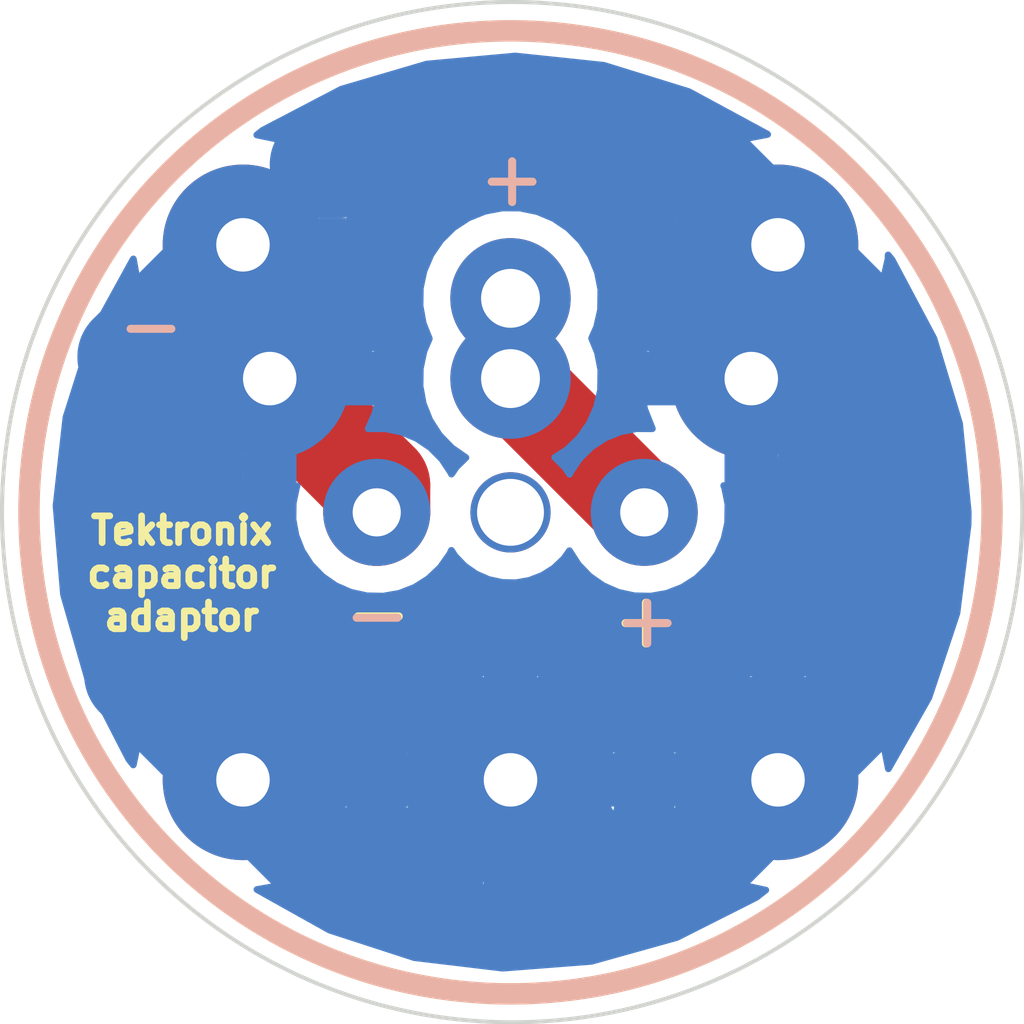
<source format=kicad_pcb>
(kicad_pcb (version 4) (host pcbnew 4.0.4-stable)

  (general
    (links 0)
    (no_connects 0)
    (area 138.141045 84.416045 176.428955 122.703955)
    (thickness 1.6)
    (drawings 8)
    (tracks 72)
    (zones 0)
    (modules 3)
    (nets 1)
  )

  (page A4)
  (layers
    (0 F.Cu signal)
    (31 B.Cu signal)
    (32 B.Adhes user)
    (33 F.Adhes user)
    (34 B.Paste user)
    (35 F.Paste user)
    (36 B.SilkS user)
    (37 F.SilkS user)
    (38 B.Mask user)
    (39 F.Mask user)
    (40 Dwgs.User user)
    (41 Cmts.User user)
    (42 Eco1.User user)
    (43 Eco2.User user)
    (44 Edge.Cuts user)
    (45 Margin user)
    (46 B.CrtYd user)
    (47 F.CrtYd user)
    (48 B.Fab user)
    (49 F.Fab user)
  )

  (setup
    (last_trace_width 0.25)
    (user_trace_width 2)
    (user_trace_width 3.6)
    (user_trace_width 4)
    (user_trace_width 5)
    (trace_clearance 0.2)
    (zone_clearance 1)
    (zone_45_only no)
    (trace_min 0.2)
    (segment_width 0.2)
    (edge_width 0.15)
    (via_size 0.6)
    (via_drill 0.4)
    (via_min_size 0.4)
    (via_min_drill 0.3)
    (uvia_size 0.3)
    (uvia_drill 0.1)
    (uvias_allowed no)
    (uvia_min_size 0.2)
    (uvia_min_drill 0.1)
    (pcb_text_width 0.3)
    (pcb_text_size 1.5 1.5)
    (mod_edge_width 0.15)
    (mod_text_size 1 1)
    (mod_text_width 0.15)
    (pad_size 1.524 1.524)
    (pad_drill 0.762)
    (pad_to_mask_clearance 0.2)
    (aux_axis_origin 0 0)
    (grid_origin 153.035 99.06)
    (visible_elements FFFFFF7F)
    (pcbplotparams
      (layerselection 0x010f0_80000001)
      (usegerberextensions true)
      (excludeedgelayer true)
      (linewidth 0.100000)
      (plotframeref false)
      (viasonmask false)
      (mode 1)
      (useauxorigin false)
      (hpglpennumber 1)
      (hpglpenspeed 20)
      (hpglpendiameter 15)
      (hpglpenoverlay 2)
      (psnegative false)
      (psa4output false)
      (plotreference true)
      (plotvalue true)
      (plotinvisibletext false)
      (padsonsilk false)
      (subtractmaskfromsilk true)
      (outputformat 1)
      (mirror false)
      (drillshape 0)
      (scaleselection 1)
      (outputdirectory gerber/))
  )

  (net 0 "")

  (net_class Default "Esta é a classe de net default."
    (clearance 0.2)
    (trace_width 0.25)
    (via_dia 0.6)
    (via_drill 0.4)
    (uvia_dia 0.3)
    (uvia_drill 0.1)
  )

  (module tekcaps:teklogo (layer B.Cu) (tedit 0) (tstamp 5808F1A7)
    (at 169.535 105.16 180)
    (fp_text reference G*** (at 0 0 180) (layer B.SilkS) hide
      (effects (font (thickness 0.3)) (justify mirror))
    )
    (fp_text value LOGO (at 0.75 0 180) (layer B.SilkS) hide
      (effects (font (thickness 0.3)) (justify mirror))
    )
    (fp_poly (pts (xy -1.425393 3.586023) (xy -1.424746 3.58569) (xy -1.357496 3.529231) (xy -1.276288 3.422474)
      (xy -1.181879 3.266531) (xy -1.09357 3.099612) (xy -1.043876 3.001339) (xy -1.003994 2.922994)
      (xy -0.979484 2.875476) (xy -0.974558 2.866408) (xy -0.948903 2.87008) (xy -0.891023 2.888643)
      (xy -0.865601 2.898016) (xy -0.659641 2.961218) (xy -0.416456 3.010591) (xy -0.151024 3.043893)
      (xy 0.121677 3.058887) (xy 0.213895 3.059412) (xy 0.58781 3.037433) (xy 0.945392 2.975493)
      (xy 1.298795 2.870668) (xy 1.660169 2.720032) (xy 1.6973 2.702294) (xy 2.001972 2.540706)
      (xy 2.268669 2.366627) (xy 2.512846 2.169663) (xy 2.57821 2.110003) (xy 2.659674 2.038631)
      (xy 2.727673 1.988017) (xy 2.77221 1.965254) (xy 2.781552 1.965727) (xy 2.820425 1.9805)
      (xy 2.826722 1.982361) (xy 3.0382 1.982361) (xy 3.047735 1.926871) (xy 3.082198 1.84071)
      (xy 3.141928 1.717204) (xy 3.175081 1.651704) (xy 3.342267 1.323474) (xy 3.250611 1.056106)
      (xy 3.213297 0.950358) (xy 3.182916 0.870125) (xy 3.162998 0.824353) (xy 3.156951 0.818797)
      (xy 3.164077 0.860981) (xy 3.184353 0.931042) (xy 3.194187 0.960073) (xy 3.216939 1.036384)
      (xy 3.216989 1.091909) (xy 3.193658 1.15459) (xy 3.189235 1.163961) (xy 3.155732 1.22348)
      (xy 3.127963 1.255083) (xy 3.123258 1.256632) (xy 3.113665 1.231888) (xy 3.106227 1.16561)
      (xy 3.102025 1.069726) (xy 3.101474 1.016) (xy 3.104114 0.90755) (xy 3.111244 0.825298)
      (xy 3.121679 0.780408) (xy 3.127024 0.775369) (xy 3.134545 0.753197) (xy 3.123859 0.697095)
      (xy 3.113656 0.66506) (xy 3.081653 0.565095) (xy 3.075102 0.507541) (xy 3.097674 0.485977)
      (xy 3.153035 0.493978) (xy 3.202287 0.509869) (xy 3.241035 0.52457) (xy 3.26996 0.543201)
      (xy 3.294321 0.575042) (xy 3.319375 0.629374) (xy 3.35038 0.715476) (xy 3.392593 0.842629)
      (xy 3.395065 0.850149) (xy 3.429482 0.953109) (xy 3.455988 1.014734) (xy 3.481014 1.033857)
      (xy 3.510992 1.009307) (xy 3.552353 0.939915) (xy 3.61153 0.824513) (xy 3.619174 0.809413)
      (xy 3.660854 0.731211) (xy 3.693882 0.690159) (xy 3.732865 0.675253) (xy 3.792406 0.675491)
      (xy 3.796628 0.675728) (xy 3.863553 0.680956) (xy 3.900746 0.686628) (xy 3.90344 0.688202)
      (xy 3.892244 0.71309) (xy 3.861408 0.777019) (xy 3.81522 0.871211) (xy 3.757968 0.986886)
      (xy 3.73699 1.029055) (xy 3.570401 1.363495) (xy 3.632531 1.550737) (xy 3.689684 1.550737)
      (xy 3.699467 1.52873) (xy 3.707509 1.532913) (xy 3.710708 1.564643) (xy 3.707509 1.568562)
      (xy 3.691614 1.564892) (xy 3.689684 1.550737) (xy 3.632531 1.550737) (xy 3.70789 1.777841)
      (xy 3.746802 1.898316) (xy 3.850105 1.898316) (xy 3.859888 1.876309) (xy 3.86793 1.880492)
      (xy 3.87113 1.912222) (xy 3.86793 1.916141) (xy 3.852035 1.91247) (xy 3.850105 1.898316)
      (xy 3.746802 1.898316) (xy 3.752895 1.917177) (xy 3.789539 2.037857) (xy 3.815382 2.13123)
      (xy 3.827986 2.188646) (xy 3.827689 2.202773) (xy 3.792967 2.202158) (xy 3.730224 2.187017)
      (xy 3.716997 2.182838) (xy 3.674231 2.165817) (xy 3.641401 2.140786) (xy 3.612071 2.097685)
      (xy 3.579806 2.026455) (xy 3.53817 1.917035) (xy 3.526423 1.884948) (xy 3.428852 1.617579)
      (xy 3.326142 1.82479) (xy 3.273274 1.927126) (xy 3.233903 1.989525) (xy 3.200445 2.021193)
      (xy 3.165315 2.031337) (xy 3.155768 2.031591) (xy 3.092556 2.028044) (xy 3.053253 2.01386)
      (xy 3.0382 1.982361) (xy 2.826722 1.982361) (xy 2.896298 2.00292) (xy 2.994073 2.028581)
      (xy 3.012906 2.033223) (xy 3.114893 2.057394) (xy 3.179763 2.068458) (xy 3.222329 2.066068)
      (xy 3.257404 2.049873) (xy 3.290091 2.026693) (xy 3.353069 1.964201) (xy 3.397566 1.893518)
      (xy 3.427584 1.842575) (xy 3.456422 1.825101) (xy 3.457673 1.825435) (xy 3.479812 1.853841)
      (xy 3.510582 1.919139) (xy 3.542337 2.004383) (xy 3.578027 2.10119) (xy 3.614465 2.160364)
      (xy 3.666208 2.195932) (xy 3.747812 2.22192) (xy 3.775111 2.228691) (xy 3.827447 2.23284)
      (xy 3.870877 2.208339) (xy 3.916838 2.154836) (xy 3.986506 2.063496) (xy 3.854688 1.666748)
      (xy 3.722869 1.27) (xy 3.853329 0.999022) (xy 3.92997 0.825746) (xy 3.973406 0.692551)
      (xy 3.983905 0.597816) (xy 3.961734 0.539917) (xy 3.931768 0.52183) (xy 3.871485 0.526429)
      (xy 3.794871 0.562601) (xy 3.718004 0.619387) (xy 3.656963 0.685827) (xy 3.635408 0.723832)
      (xy 3.607447 0.778084) (xy 3.584236 0.802045) (xy 3.583441 0.802106) (xy 3.566074 0.77868)
      (xy 3.539451 0.717315) (xy 3.509825 0.632763) (xy 3.479629 0.524831) (xy 3.469017 0.438079)
      (xy 3.475616 0.344927) (xy 3.48163 0.305236) (xy 3.490649 0.215716) (xy 3.495956 0.089728)
      (xy 3.497138 -0.055827) (xy 3.493924 -0.200526) (xy 3.466613 -0.524309) (xy 3.408711 -0.826183)
      (xy 3.316653 -1.115757) (xy 3.186871 -1.40264) (xy 3.015799 -1.696442) (xy 2.847691 -1.941717)
      (xy 2.847508 -1.964182) (xy 2.870815 -2.004506) (xy 2.921021 -2.066708) (xy 3.001533 -2.15481)
      (xy 3.11576 -2.27283) (xy 3.202991 -2.360771) (xy 3.332024 -2.490318) (xy 3.428009 -2.58834)
      (xy 3.495702 -2.661128) (xy 3.539862 -2.714976) (xy 3.565246 -2.756173) (xy 3.576612 -2.791013)
      (xy 3.578717 -2.825786) (xy 3.577089 -2.855491) (xy 3.56896 -2.924415) (xy 3.557728 -2.96402)
      (xy 3.553401 -2.96775) (xy 3.530519 -2.988628) (xy 3.506213 -3.027947) (xy 3.48703 -3.05882)
      (xy 3.485356 -3.048) (xy 3.476176 -3.001173) (xy 3.440656 -2.947382) (xy 3.405384 -2.897769)
      (xy 3.409344 -2.869754) (xy 3.431228 -2.869754) (xy 3.432321 -2.899519) (xy 3.459233 -2.938922)
      (xy 3.494948 -2.965594) (xy 3.5058 -2.967789) (xy 3.529 -2.947831) (xy 3.529263 -2.944326)
      (xy 3.511737 -2.909447) (xy 3.474072 -2.877736) (xy 3.438638 -2.866209) (xy 3.431228 -2.869754)
      (xy 3.409344 -2.869754) (xy 3.410268 -2.863225) (xy 3.417322 -2.85514) (xy 3.453715 -2.837326)
      (xy 3.481137 -2.855494) (xy 3.526233 -2.885792) (xy 3.549838 -2.867567) (xy 3.551092 -2.814052)
      (xy 3.537964 -2.764358) (xy 3.502751 -2.740975) (xy 3.442635 -2.732244) (xy 3.343094 -2.744055)
      (xy 3.221205 -2.788604) (xy 3.090191 -2.858698) (xy 2.963273 -2.947145) (xy 2.853672 -3.046754)
      (xy 2.842871 -3.058494) (xy 2.749217 -3.175883) (xy 2.680813 -3.288896) (xy 2.639855 -3.39028)
      (xy 2.628537 -3.472782) (xy 2.649055 -3.529148) (xy 2.693737 -3.551175) (xy 2.744103 -3.546729)
      (xy 2.748839 -3.516552) (xy 2.722256 -3.481582) (xy 2.700746 -3.449658) (xy 2.702203 -3.440289)
      (xy 2.724675 -3.452656) (xy 2.767888 -3.495109) (xy 2.789949 -3.520054) (xy 2.832299 -3.573488)
      (xy 2.853318 -3.606991) (xy 2.849101 -3.612517) (xy 2.824248 -3.590704) (xy 2.786868 -3.579318)
      (xy 2.722217 -3.577555) (xy 2.719038 -3.577756) (xy 2.686526 -3.576753) (xy 2.65241 -3.566009)
      (xy 2.61075 -3.540723) (xy 2.555611 -3.496098) (xy 2.481053 -3.427333) (xy 2.381139 -3.329631)
      (xy 2.252088 -3.200364) (xy 2.136584 -3.082876) (xy 2.035187 -2.977511) (xy 1.953567 -2.890348)
      (xy 1.897399 -2.827466) (xy 1.872354 -2.794944) (xy 1.871579 -2.792593) (xy 1.889382 -2.802604)
      (xy 1.938891 -2.845256) (xy 2.014253 -2.915126) (xy 2.109619 -3.006788) (xy 2.218236 -3.113922)
      (xy 2.328637 -3.222875) (xy 2.425745 -3.316421) (xy 2.503449 -3.388861) (xy 2.555639 -3.434496)
      (xy 2.576119 -3.447746) (xy 2.562233 -3.425548) (xy 2.516788 -3.371322) (xy 2.445452 -3.291429)
      (xy 2.35389 -3.192229) (xy 2.259198 -3.092035) (xy 2.139424 -2.966274) (xy 2.049347 -2.874697)
      (xy 1.980491 -2.814045) (xy 1.92438 -2.781054) (xy 1.872539 -2.772464) (xy 1.816492 -2.785014)
      (xy 1.747762 -2.815442) (xy 1.657873 -2.860486) (xy 1.657684 -2.86058) (xy 1.49988 -2.929557)
      (xy 1.307753 -2.998969) (xy 1.10004 -3.062613) (xy 0.895477 -3.11429) (xy 0.882316 -3.117179)
      (xy 0.761509 -3.13592) (xy 0.602537 -3.149849) (xy 0.419066 -3.158819) (xy 0.224763 -3.162684)
      (xy 0.033294 -3.161296) (xy -0.141675 -3.15451) (xy -0.286475 -3.142179) (xy -0.360948 -3.130507)
      (xy -0.608978 -3.070734) (xy -0.858547 -2.995315) (xy -1.093746 -2.909759) (xy -1.298664 -2.819572)
      (xy -1.376948 -2.778839) (xy -1.533165 -2.690115) (xy -1.661111 -2.610989) (xy -1.77721 -2.529951)
      (xy -1.897886 -2.435491) (xy -2.039565 -2.3161) (xy -2.049478 -2.30756) (xy -2.127767 -2.241737)
      (xy -2.190479 -2.192142) (xy -2.226911 -2.16714) (xy -2.231034 -2.165684) (xy -2.261885 -2.180128)
      (xy -2.315431 -2.215586) (xy -2.324884 -2.222482) (xy -2.401707 -2.27928) (xy -2.564432 -2.165134)
      (xy -2.6537 -2.095979) (xy -2.710376 -2.038347) (xy -2.730538 -1.997598) (xy -2.710264 -1.979088)
      (xy -2.701052 -1.978526) (xy -2.670112 -1.964145) (xy -2.604809 -1.924933) (xy -2.514542 -1.866782)
      (xy -2.408713 -1.795588) (xy -2.402681 -1.791448) (xy -2.130417 -1.60437) (xy -2.047787 -1.666381)
      (xy -1.966287 -1.726996) (xy -1.882768 -1.788349) (xy -1.879709 -1.790577) (xy -1.794259 -1.852761)
      (xy -1.985424 -1.987011) (xy -2.17659 -2.121261) (xy -2.0174 -2.266795) (xy -1.698462 -2.523034)
      (xy -1.353338 -2.735049) (xy -0.986937 -2.902115) (xy -0.604169 -3.02351) (xy -0.209945 -3.098513)
      (xy 0.190828 -3.126399) (xy 0.593239 -3.106447) (xy 0.992378 -3.037934) (xy 1.383336 -2.920137)
      (xy 1.651881 -2.806843) (xy 2.006422 -2.611847) (xy 2.042053 -2.586333) (xy 2.138947 -2.586333)
      (xy 2.156852 -2.611254) (xy 2.206089 -2.666528) (xy 2.279942 -2.744934) (xy 2.371694 -2.839251)
      (xy 2.412522 -2.880438) (xy 2.54116 -3.006402) (xy 2.637404 -3.093253) (xy 2.703465 -3.142645)
      (xy 2.741558 -3.15623) (xy 2.753894 -3.13566) (xy 2.753895 -3.135351) (xy 2.73599 -3.110429)
      (xy 2.686753 -3.055156) (xy 2.6129 -2.97675) (xy 2.521148 -2.882433) (xy 2.48032 -2.841246)
      (xy 2.351681 -2.715282) (xy 2.255438 -2.62843) (xy 2.189376 -2.579038) (xy 2.151284 -2.565453)
      (xy 2.138948 -2.586023) (xy 2.138947 -2.586333) (xy 2.042053 -2.586333) (xy 2.116094 -2.533316)
      (xy 2.24572 -2.533316) (xy 2.263634 -2.558921) (xy 2.311884 -2.612868) (xy 2.382003 -2.686705)
      (xy 2.465525 -2.771977) (xy 2.553985 -2.860231) (xy 2.638916 -2.943015) (xy 2.711853 -3.011875)
      (xy 2.764328 -3.058357) (xy 2.787316 -3.074094) (xy 2.806027 -3.053581) (xy 2.807368 -3.041818)
      (xy 2.789081 -3.009998) (xy 2.740088 -2.950977) (xy 2.669191 -2.873574) (xy 2.585191 -2.786606)
      (xy 2.496891 -2.698895) (xy 2.413092 -2.619258) (xy 2.342597 -2.556515) (xy 2.294207 -2.519485)
      (xy 2.279844 -2.513263) (xy 2.248241 -2.525846) (xy 2.24572 -2.533316) (xy 2.116094 -2.533316)
      (xy 2.211932 -2.464691) (xy 2.326105 -2.464691) (xy 2.344273 -2.494102) (xy 2.392974 -2.551136)
      (xy 2.463506 -2.627087) (xy 2.547169 -2.713247) (xy 2.635258 -2.800912) (xy 2.719073 -2.881375)
      (xy 2.78991 -2.945929) (xy 2.839069 -2.985869) (xy 2.855693 -2.994526) (xy 2.880296 -2.976944)
      (xy 2.924186 -2.933913) (xy 2.930746 -2.926906) (xy 2.981033 -2.886648) (xy 3.062361 -2.8355)
      (xy 3.160166 -2.78108) (xy 3.259881 -2.731007) (xy 3.346942 -2.692899) (xy 3.406784 -2.674375)
      (xy 3.414877 -2.673684) (xy 3.446502 -2.659462) (xy 3.449052 -2.650817) (xy 3.430696 -2.625567)
      (xy 3.37988 -2.570158) (xy 3.302988 -2.491179) (xy 3.206401 -2.395226) (xy 3.126735 -2.317875)
      (xy 2.804418 -2.0078) (xy 2.618735 -2.1884) (xy 2.539874 -2.263624) (xy 2.477471 -2.320337)
      (xy 2.439704 -2.35127) (xy 2.432239 -2.354236) (xy 2.420693 -2.361482) (xy 2.40252 -2.389218)
      (xy 2.393764 -2.418475) (xy 2.404991 -2.45415) (xy 2.441797 -2.505256) (xy 2.509781 -2.580804)
      (xy 2.543696 -2.616482) (xy 2.713778 -2.794) (xy 2.519942 -2.607559) (xy 2.428716 -2.523706)
      (xy 2.364377 -2.472964) (xy 2.330502 -2.457969) (xy 2.326105 -2.464691) (xy 2.211932 -2.464691)
      (xy 2.32866 -2.381109) (xy 2.615888 -2.118547) (xy 2.865398 -1.82808) (xy 3.074483 -1.513629)
      (xy 3.240436 -1.179111) (xy 3.360551 -0.828447) (xy 3.432121 -0.465556) (xy 3.452033 -0.200526)
      (xy 3.455391 -0.011444) (xy 3.45418 0.129984) (xy 3.447076 0.229479) (xy 3.432755 0.292763)
      (xy 3.409894 0.325555) (xy 3.37717 0.333579) (xy 3.333257 0.322554) (xy 3.331187 0.321774)
      (xy 3.261764 0.30816) (xy 3.201678 0.333255) (xy 3.200456 0.334106) (xy 3.139226 0.369212)
      (xy 3.108293 0.364781) (xy 3.101474 0.33285) (xy 3.091681 0.314042) (xy 3.057121 0.327786)
      (xy 3.00784 0.362802) (xy 2.914207 0.43422) (xy 2.931906 1.206373) (xy 2.936805 1.450033)
      (xy 3.118092 1.450033) (xy 3.145607 1.358641) (xy 3.16993 1.30692) (xy 3.208646 1.234986)
      (xy 3.238498 1.187589) (xy 3.249638 1.176421) (xy 3.267884 1.198331) (xy 3.28937 1.245205)
      (xy 3.299529 1.295487) (xy 3.289427 1.3558) (xy 3.255785 1.441827) (xy 3.241918 1.47219)
      (xy 3.202009 1.55299) (xy 3.169379 1.610102) (xy 3.151761 1.630669) (xy 3.137193 1.607431)
      (xy 3.122229 1.549658) (xy 3.119504 1.534183) (xy 3.118092 1.450033) (xy 2.936805 1.450033)
      (xy 2.936831 1.451288) (xy 2.93915 1.645752) (xy 2.938816 1.792725) (xy 2.935785 1.895168)
      (xy 2.930015 1.956042) (xy 2.921458 1.978307) (xy 2.920332 1.978527) (xy 2.874711 1.969628)
      (xy 2.82432 1.953152) (xy 2.799526 1.941366) (xy 2.77952 1.923134) (xy 2.763651 1.89289)
      (xy 2.751265 1.845066) (xy 2.741711 1.774095) (xy 2.734335 1.67441) (xy 2.728487 1.540443)
      (xy 2.723512 1.366628) (xy 2.71876 1.147396) (xy 2.716538 1.033395) (xy 2.703811 0.369001)
      (xy 2.797157 0.386513) (xy 2.863552 0.391901) (xy 2.918455 0.3727) (xy 2.983795 0.322113)
      (xy 3.077087 0.240202) (xy 3.002386 0.212887) (xy 2.937869 0.189465) (xy 2.896775 0.1748)
      (xy 2.857562 0.184373) (xy 2.819105 0.215698) (xy 2.766977 0.26053) (xy 2.736113 0.256914)
      (xy 2.727158 0.212813) (xy 2.724142 0.180068) (xy 2.707578 0.180056) (xy 2.666193 0.214833)
      (xy 2.653905 0.226181) (xy 2.600602 0.270589) (xy 2.56273 0.293327) (xy 2.558554 0.294106)
      (xy 2.553145 0.319737) (xy 2.548615 0.392219) (xy 2.545101 0.504935) (xy 2.542738 0.651266)
      (xy 2.541665 0.824595) (xy 2.542016 1.018304) (xy 2.542395 1.076158) (xy 2.543967 1.301087)
      (xy 2.544657 1.478291) (xy 2.544136 1.613516) (xy 2.542076 1.712508) (xy 2.53815 1.781012)
      (xy 2.53203 1.824774) (xy 2.523387 1.84954) (xy 2.511895 1.861057) (xy 2.497378 1.865048)
      (xy 2.454341 1.867217) (xy 2.422842 1.855798) (xy 2.40095 1.823802) (xy 2.386738 1.764243)
      (xy 2.378275 1.670135) (xy 2.373633 1.53449) (xy 2.371603 1.409505) (xy 2.368841 1.268736)
      (xy 2.364712 1.150619) (xy 2.359662 1.063685) (xy 2.354139 1.016468) (xy 2.350715 1.010829)
      (xy 2.334874 1.042646) (xy 2.305521 1.112196) (xy 2.267796 1.207095) (xy 2.248747 1.256632)
      (xy 2.184205 1.426088) (xy 2.135363 1.551932) (xy 2.098688 1.640447) (xy 2.070644 1.697914)
      (xy 2.047697 1.730615) (xy 2.026311 1.744833) (xy 2.002952 1.74685) (xy 1.975018 1.743083)
      (xy 1.90393 1.715868) (xy 1.857531 1.675338) (xy 1.828693 1.640976) (xy 1.818504 1.651569)
      (xy 1.818105 1.66183) (xy 1.83955 1.718029) (xy 1.906643 1.758622) (xy 1.974708 1.777667)
      (xy 2.028781 1.784616) (xy 2.07351 1.773001) (xy 2.125097 1.735312) (xy 2.181919 1.681608)
      (xy 2.24407 1.615344) (xy 2.286645 1.559877) (xy 2.299368 1.531802) (xy 2.315791 1.499952)
      (xy 2.326105 1.497263) (xy 2.339905 1.521937) (xy 2.349412 1.587822) (xy 2.352842 1.679935)
      (xy 2.352842 1.862607) (xy 2.450664 1.89263) (xy 2.523466 1.908755) (xy 2.577052 1.898085)
      (xy 2.621896 1.870379) (xy 2.684991 1.829366) (xy 2.716904 1.82189) (xy 2.726951 1.846574)
      (xy 2.727158 1.854812) (xy 2.707345 1.892733) (xy 2.653347 1.955799) (xy 2.573321 2.0365)
      (xy 2.475428 2.127325) (xy 2.367825 2.220763) (xy 2.258672 2.309305) (xy 2.156128 2.385441)
      (xy 2.134734 2.400138) (xy 1.760742 2.622635) (xy 1.373778 2.79575) (xy 0.97752 2.919409)
      (xy 0.575648 2.993535) (xy 0.171842 3.018054) (xy -0.230221 2.99289) (xy -0.626859 2.917968)
      (xy -1.014395 2.793212) (xy -1.389148 2.618547) (xy -1.625802 2.477131) (xy -1.716193 2.414348)
      (xy -1.818906 2.33716) (xy -1.925323 2.252796) (xy -2.026826 2.168485) (xy -2.114798 2.091455)
      (xy -2.180621 2.028934) (xy -2.215679 1.988152) (xy -2.219158 1.979417) (xy -2.196259 1.966762)
      (xy -2.14032 1.96805) (xy -2.132255 1.969254) (xy -2.042644 1.965587) (xy -1.974169 1.927364)
      (xy -1.919312 1.876402) (xy -1.875231 1.814491) (xy -1.8398 1.734261) (xy -1.810896 1.628343)
      (xy -1.786395 1.489365) (xy -1.764171 1.309956) (xy -1.747342 1.140349) (xy -1.730569 0.963659)
      (xy -1.716724 0.832938) (xy -1.704392 0.740858) (xy -1.692161 0.680091) (xy -1.678617 0.643309)
      (xy -1.662344 0.623184) (xy -1.645768 0.613886) (xy -1.585675 0.583165) (xy -1.514759 0.539307)
      (xy -1.510632 0.536502) (xy -1.452511 0.500142) (xy -1.413635 0.481923) (xy -1.410369 0.48144)
      (xy -1.399119 0.505458) (xy -1.391725 0.56734) (xy -1.390053 0.621632) (xy -1.38979 0.762)
      (xy -1.257978 0.805666) (xy -1.178907 0.829973) (xy -1.128109 0.834896) (xy -1.083294 0.818453)
      (xy -1.032397 0.785613) (xy -0.971283 0.746247) (xy -0.930351 0.723852) (xy -0.92384 0.721895)
      (xy -0.914357 0.745551) (xy -0.909307 0.80425) (xy -0.909053 0.8229) (xy -0.892473 0.918842)
      (xy -0.85938 0.966437) (xy -0.827609 1.013127) (xy -0.80493 1.095675) (xy -0.800076 1.132163)
      (xy -0.742877 1.132163) (xy -0.739904 1.055098) (xy -0.726865 1.017931) (xy -0.721428 1.016)
      (xy -0.682489 1.023781) (xy -0.6057 1.044695) (xy -0.503983 1.075103) (xy -0.438286 1.095773)
      (xy -0.327237 1.128515) (xy -0.23245 1.151273) (xy -0.167197 1.161119) (xy -0.148099 1.159755)
      (xy -0.123647 1.157464) (xy -0.110751 1.178003) (xy -0.109648 1.227774) (xy -0.120575 1.313179)
      (xy -0.143768 1.440624) (xy -0.161817 1.530851) (xy -0.199405 1.698583) (xy -0.236143 1.819889)
      (xy -0.276121 1.901588) (xy -0.323429 1.950499) (xy -0.382158 1.97344) (xy -0.429813 1.977676)
      (xy -0.511366 1.954554) (xy -0.580189 1.882209) (xy -0.637148 1.759441) (xy -0.670033 1.6445)
      (xy -0.69936 1.505293) (xy -0.721808 1.367005) (xy -0.736579 1.23938) (xy -0.742877 1.132163)
      (xy -0.800076 1.132163) (xy -0.790411 1.204797) (xy -0.769682 1.369739) (xy -0.741027 1.535037)
      (xy -0.707191 1.688987) (xy -0.670921 1.819885) (xy -0.634962 1.916027) (xy -0.615267 1.951341)
      (xy -0.535136 2.023199) (xy -0.437042 2.048951) (xy -0.333995 2.025356) (xy -0.328721 2.022706)
      (xy -0.251487 1.955989) (xy -0.185881 1.840984) (xy -0.131277 1.676245) (xy -0.088307 1.468024)
      (xy -0.068729 1.352493) (xy -0.051678 1.25811) (xy -0.039295 1.196368) (xy -0.034344 1.178373)
      (xy -0.013956 1.186475) (xy 0.00696 1.208703) (xy 0.045358 1.232485) (xy 0.122063 1.264088)
      (xy 0.223291 1.29925) (xy 0.335259 1.333711) (xy 0.444184 1.363207) (xy 0.536281 1.383478)
      (xy 0.594367 1.390316) (xy 0.644207 1.373722) (xy 0.716109 1.330581) (xy 0.781886 1.280467)
      (xy 0.849836 1.225421) (xy 0.899568 1.189366) (xy 0.919468 1.180204) (xy 0.924905 1.209046)
      (xy 0.934105 1.280026) (xy 0.945722 1.382053) (xy 0.956877 1.488705) (xy 0.986084 1.704318)
      (xy 1.026255 1.870593) (xy 1.079145 1.990861) (xy 1.146508 2.06846) (xy 1.230098 2.106723)
      (xy 1.284856 2.112211) (xy 1.382795 2.087377) (xy 1.472623 2.020475) (xy 1.545302 1.922901)
      (xy 1.591793 1.80605) (xy 1.604061 1.709719) (xy 1.62313 1.66622) (xy 1.669756 1.607558)
      (xy 1.728395 1.54956) (xy 1.783505 1.508054) (xy 1.812694 1.497263) (xy 1.823044 1.483516)
      (xy 1.831126 1.439367) (xy 1.83714 1.360456) (xy 1.841287 1.242424) (xy 1.843771 1.08091)
      (xy 1.844791 0.871554) (xy 1.844842 0.801596) (xy 1.844842 0.105929) (xy 1.918368 0.123235)
      (xy 1.977212 0.136954) (xy 2.007465 0.143797) (xy 2.03512 0.130136) (xy 2.089851 0.091511)
      (xy 2.1369 0.054693) (xy 2.250763 -0.037667) (xy 2.150319 -0.072441) (xy 2.080013 -0.092356)
      (xy 2.036538 -0.088621) (xy 2.005411 -0.066976) (xy 1.958385 -0.031885) (xy 1.932189 -0.040541)
      (xy 1.916019 -0.08513) (xy 1.905166 -0.113863) (xy 1.886714 -0.118641) (xy 1.850941 -0.095416)
      (xy 1.788125 -0.040138) (xy 1.771562 -0.024972) (xy 1.642375 0.093579) (xy 1.65369 0.826525)
      (xy 1.657019 1.055453) (xy 1.658451 1.236369) (xy 1.656947 1.374726) (xy 1.651468 1.475978)
      (xy 1.640976 1.54558) (xy 1.624434 1.588985) (xy 1.600803 1.611649) (xy 1.569044 1.619023)
      (xy 1.528121 1.616564) (xy 1.503916 1.613353) (xy 1.45442 1.607685) (xy 1.454629 1.614921)
      (xy 1.490579 1.634521) (xy 1.540112 1.686058) (xy 1.546255 1.761649) (xy 1.50898 1.854058)
      (xy 1.49156 1.88082) (xy 1.421974 1.967886) (xy 1.359142 2.014758) (xy 1.289791 2.030827)
      (xy 1.279061 2.03115) (xy 1.202151 2.006893) (xy 1.131617 1.938454) (xy 1.07485 1.835115)
      (xy 1.04512 1.73736) (xy 1.022264 1.626447) (xy 1.01627 1.560381) (xy 1.033584 1.531556)
      (xy 1.08065 1.532372) (xy 1.163913 1.555222) (xy 1.192224 1.563816) (xy 1.275807 1.586575)
      (xy 1.342228 1.600111) (xy 1.363579 1.601878) (xy 1.360882 1.594402) (xy 1.316153 1.576369)
      (xy 1.238879 1.551551) (xy 1.231527 1.549371) (xy 1.136773 1.517312) (xy 1.059327 1.483715)
      (xy 1.018924 1.458173) (xy 1.006268 1.437556) (xy 0.996081 1.399822) (xy 0.987958 1.339066)
      (xy 0.981491 1.249383) (xy 0.976272 1.124867) (xy 0.971896 0.959614) (xy 0.967955 0.747719)
      (xy 0.967349 0.709879) (xy 0.964987 0.517187) (xy 0.964071 0.339269) (xy 0.964539 0.183996)
      (xy 0.966333 0.059239) (xy 0.969393 -0.027131) (xy 0.973251 -0.065827) (xy 1.000837 -0.118159)
      (xy 1.057788 -0.133631) (xy 1.063208 -0.133684) (xy 1.120284 -0.125532) (xy 1.208694 -0.104203)
      (xy 1.313304 -0.074387) (xy 1.418981 -0.040774) (xy 1.510591 -0.008056) (xy 1.573002 0.019079)
      (xy 1.588602 0.029154) (xy 1.617637 0.023588) (xy 1.670784 -0.008293) (xy 1.733831 -0.05551)
      (xy 1.792566 -0.107086) (xy 1.832779 -0.152042) (xy 1.840331 -0.165308) (xy 1.825041 -0.188896)
      (xy 1.777556 -0.214063) (xy 1.705924 -0.241298) (xy 1.723234 -0.555122) (xy 1.745509 -0.877651)
      (xy 1.774485 -1.151075) (xy 1.811045 -1.379446) (xy 1.856074 -1.566816) (xy 1.910456 -1.717237)
      (xy 1.975075 -1.834761) (xy 2.013263 -1.884504) (xy 2.081381 -1.952091) (xy 2.142594 -1.982583)
      (xy 2.188007 -1.987438) (xy 2.282511 -1.962212) (xy 2.370164 -1.89247) (xy 2.44173 -1.787115)
      (xy 2.472121 -1.713524) (xy 2.511048 -1.568026) (xy 2.547392 -1.379945) (xy 2.579913 -1.160158)
      (xy 2.607369 -0.91954) (xy 2.628521 -0.668965) (xy 2.642127 -0.41931) (xy 2.646947 -0.181448)
      (xy 2.646947 0.08446) (xy 2.570622 0.067696) (xy 2.516833 0.063822) (xy 2.47039 0.086074)
      (xy 2.413111 0.143407) (xy 2.410201 0.146712) (xy 2.360521 0.208313) (xy 2.330333 0.255421)
      (xy 2.326105 0.268299) (xy 2.305731 0.293362) (xy 2.299368 0.294106) (xy 2.284946 0.269886)
      (xy 2.275239 0.207214) (xy 2.272631 0.141808) (xy 2.272631 -0.010489) (xy 2.179052 0.080211)
      (xy 2.085474 0.170911) (xy 2.086394 0.533298) (xy 2.087314 0.895684) (xy 2.163134 0.708527)
      (xy 2.228049 0.549603) (xy 2.277457 0.43401) (xy 2.315431 0.355321) (xy 2.346047 0.307109)
      (xy 2.373377 0.282945) (xy 2.401497 0.276401) (xy 2.434135 0.280975) (xy 2.487257 0.284785)
      (xy 2.537784 0.264801) (xy 2.602519 0.213452) (xy 2.620636 0.196915) (xy 2.729838 0.095878)
      (xy 2.712971 -0.292956) (xy 2.690045 -0.685871) (xy 2.657537 -1.030687) (xy 2.615614 -1.326719)
      (xy 2.564444 -1.573281) (xy 2.504195 -1.769688) (xy 2.435035 -1.915255) (xy 2.357132 -2.009297)
      (xy 2.282577 -2.048616) (xy 2.159709 -2.053492) (xy 2.043758 -2.007603) (xy 1.941253 -1.913658)
      (xy 1.933579 -1.90382) (xy 1.858641 -1.779404) (xy 1.795714 -1.617327) (xy 1.74402 -1.414213)
      (xy 1.702784 -1.166687) (xy 1.67123 -0.871375) (xy 1.659243 -0.71088) (xy 1.649239 -0.566192)
      (xy 1.639733 -0.441543) (xy 1.631496 -0.346118) (xy 1.6253 -0.289102) (xy 1.622796 -0.277041)
      (xy 1.595417 -0.281103) (xy 1.533574 -0.300389) (xy 1.47533 -0.321476) (xy 1.351734 -0.36185)
      (xy 1.26119 -0.372454) (xy 1.191427 -0.3519) (xy 1.130179 -0.298801) (xy 1.115123 -0.280736)
      (xy 1.048413 -0.208109) (xy 1.002851 -0.184545) (xy 0.977906 -0.210274) (xy 0.973048 -0.285529)
      (xy 0.977856 -0.340699) (xy 0.99579 -0.49424) (xy 0.874729 -0.387488) (xy 0.753668 -0.280737)
      (xy 0.75115 0.038) (xy 0.748624 0.181497) (xy 0.742838 0.281652) (xy 0.732481 0.348562)
      (xy 0.716244 0.392324) (xy 0.702603 0.412316) (xy 0.696306 0.424216) (xy 0.722824 0.403507)
      (xy 0.776474 0.35469) (xy 0.782253 0.349247) (xy 0.84921 0.291432) (xy 0.901763 0.255933)
      (xy 0.927597 0.250265) (xy 0.919359 0.27623) (xy 0.878383 0.324441) (xy 0.821019 0.377841)
      (xy 0.757644 0.437894) (xy 0.718177 0.486954) (xy 0.710918 0.51187) (xy 0.716892 0.547876)
      (xy 0.720893 0.625159) (xy 0.72302 0.731563) (xy 0.723371 0.854931) (xy 0.722045 0.983109)
      (xy 0.71914 1.103939) (xy 0.714754 1.205265) (xy 0.708986 1.274931) (xy 0.704559 1.297433)
      (xy 0.671982 1.335936) (xy 0.609191 1.351243) (xy 0.510951 1.343291) (xy 0.372024 1.312013)
      (xy 0.302006 1.292408) (xy 0.040105 1.216051) (xy 0.033052 0.337655) (xy 0.031309 0.097009)
      (xy 0.030505 -0.095342) (xy 0.030854 -0.244572) (xy 0.032574 -0.355854) (xy 0.035878 -0.434363)
      (xy 0.040983 -0.485272) (xy 0.048104 -0.513755) (xy 0.057457 -0.524987) (xy 0.068957 -0.524256)
      (xy 0.154721 -0.496641) (xy 0.218315 -0.496155) (xy 0.27984 -0.527123) (xy 0.349036 -0.584549)
      (xy 0.467895 -0.691009) (xy 0.367406 -0.733642) (xy 0.278203 -0.75914) (xy 0.201954 -0.759925)
      (xy 0.199232 -0.759286) (xy 0.131546 -0.742298) (xy 0.147679 -0.925938) (xy 0.1791 -1.226141)
      (xy 0.216285 -1.47829) (xy 0.258966 -1.681163) (xy 0.30687 -1.833532) (xy 0.359726 -1.934173)
      (xy 0.374371 -1.951849) (xy 0.460155 -2.013342) (xy 0.550449 -2.028122) (xy 0.633371 -1.997167)
      (xy 0.694941 -1.925457) (xy 0.715935 -1.866138) (xy 0.741113 -1.763425) (xy 0.768938 -1.627089)
      (xy 0.797878 -1.466903) (xy 0.826398 -1.292639) (xy 0.852963 -1.11407) (xy 0.876038 -0.940969)
      (xy 0.894089 -0.783106) (xy 0.905582 -0.650256) (xy 0.909052 -0.561918) (xy 0.885204 -0.54627)
      (xy 0.819961 -0.548299) (xy 0.808789 -0.549942) (xy 0.738088 -0.554753) (xy 0.686164 -0.53487)
      (xy 0.629998 -0.483416) (xy 0.576774 -0.432502) (xy 0.537448 -0.403564) (xy 0.529734 -0.401052)
      (xy 0.51685 -0.42498) (xy 0.509057 -0.485609) (xy 0.508 -0.523158) (xy 0.508 -0.645264)
      (xy 0.267368 -0.448084) (xy 0.267368 0.272908) (xy 0.361878 0.189928) (xy 0.422865 0.140651)
      (xy 0.469048 0.110918) (xy 0.481112 0.106948) (xy 0.493305 0.082289) (xy 0.504214 0.016621)
      (xy 0.512002 -0.077595) (xy 0.513603 -0.113631) (xy 0.518413 -0.225035) (xy 0.527919 -0.29214)
      (xy 0.549161 -0.324068) (xy 0.589178 -0.329942) (xy 0.655009 -0.318886) (xy 0.669677 -0.315897)
      (xy 0.70942 -0.328397) (xy 0.773423 -0.369282) (xy 0.845847 -0.428004) (xy 0.980655 -0.548534)
      (xy 0.946532 -0.909267) (xy 0.920002 -1.148161) (xy 0.887418 -1.374067) (xy 0.850487 -1.578139)
      (xy 0.810917 -1.751532) (xy 0.770413 -1.885399) (xy 0.747424 -1.940916) (xy 0.698949 -2.021769)
      (xy 0.643055 -2.066502) (xy 0.597533 -2.083178) (xy 0.501683 -2.097717) (xy 0.423694 -2.075417)
      (xy 0.354536 -2.023612) (xy 0.292095 -1.93902) (xy 0.235674 -1.805095) (xy 0.1862 -1.625735)
      (xy 0.144599 -1.404837) (xy 0.111795 -1.146298) (xy 0.093005 -0.922421) (xy 0.081402 -0.796909)
      (xy 0.065942 -0.695399) (xy 0.048662 -0.629841) (xy 0.040577 -0.614947) (xy 0.028341 -0.584312)
      (xy 0.018202 -0.520662) (xy 0.009856 -0.419595) (xy 0.003001 -0.276707) (xy -0.002664 -0.087595)
      (xy -0.00583 0.061046) (xy -0.010695 0.280055) (xy -0.016584 0.450447) (xy -0.024291 0.57708)
      (xy -0.03461 0.664812) (xy -0.048334 0.718499) (xy -0.066258 0.742999) (xy -0.089175 0.743169)
      (xy -0.114617 0.726625) (xy -0.147509 0.715524) (xy -0.195812 0.73343) (xy -0.265357 0.780076)
      (xy -0.331301 0.833232) (xy -0.350502 0.868202) (xy -0.321938 0.894534) (xy -0.25036 0.920023)
      (xy -0.189326 0.91752) (xy -0.115334 0.871823) (xy -0.108863 0.866456) (xy -0.052526 0.826526)
      (xy -0.01275 0.811783) (xy -0.005726 0.814204) (xy -0.012552 0.840717) (xy -0.051922 0.885147)
      (xy -0.073938 0.904426) (xy -0.136147 0.969328) (xy -0.159502 1.037653) (xy -0.160662 1.063299)
      (xy -0.161244 1.100106) (xy -0.167961 1.124485) (xy -0.187913 1.135672) (xy -0.228202 1.132906)
      (xy -0.295931 1.115422) (xy -0.3982 1.082458) (xy -0.542112 1.033251) (xy -0.588211 1.017363)
      (xy -0.868948 0.920627) (xy -0.877169 0.807893) (xy -0.878883 0.738929) (xy -0.873454 0.699076)
      (xy -0.869626 0.695158) (xy -0.836973 0.704573) (xy -0.775698 0.727928) (xy -0.757876 0.735263)
      (xy -0.694198 0.76089) (xy -0.65548 0.774631) (xy -0.651788 0.775369) (xy -0.649429 0.749736)
      (xy -0.64768 0.677252) (xy -0.646575 0.564532) (xy -0.646146 0.418196) (xy -0.646426 0.244862)
      (xy -0.647449 0.051147) (xy -0.64788 -0.006684) (xy -0.654075 -0.788737) (xy -0.661714 -0.127691)
      (xy -0.664256 0.077285) (xy -0.666946 0.235278) (xy -0.670376 0.352777) (xy -0.675137 0.436272)
      (xy -0.681821 0.492251) (xy -0.691018 0.527203) (xy -0.70332 0.547619) (xy -0.719318 0.559986)
      (xy -0.72465 0.562949) (xy -0.773873 0.579626) (xy -0.796901 0.575591) (xy -0.800978 0.545729)
      (xy -0.80475 0.468766) (xy -0.808094 0.351073) (xy -0.810883 0.199021) (xy -0.812993 0.018984)
      (xy -0.814299 -0.182667) (xy -0.814663 -0.328944) (xy -0.815474 -1.216526) (xy -0.940666 -1.09621)
      (xy -1.065857 -0.975894) (xy -1.081734 -0.752634) (xy -1.094355 -0.636754) (xy -1.11346 -0.531273)
      (xy -1.135361 -0.45563) (xy -1.140068 -0.44516) (xy -1.182525 -0.360947) (xy -1.066294 -0.467894)
      (xy -1.002295 -0.528589) (xy -0.956269 -0.575619) (xy -0.940699 -0.594894) (xy -0.916822 -0.618081)
      (xy -0.895152 -0.597258) (xy -0.883011 -0.541645) (xy -0.882316 -0.521368) (xy -0.890447 -0.45753)
      (xy -0.909756 -0.427485) (xy -0.932613 -0.439026) (xy -0.942153 -0.460248) (xy -0.96775 -0.464025)
      (xy -1.02652 -0.432627) (xy -1.090384 -0.386721) (xy -1.174506 -0.314042) (xy -1.211242 -0.261946)
      (xy -1.211376 -0.240631) (xy -1.16263 -0.116806) (xy -1.129813 -0.015681) (xy -1.110626 0.078393)
      (xy -1.102774 0.181065) (xy -1.10396 0.307985) (xy -1.110396 0.447341) (xy -1.118826 0.578017)
      (xy -1.128584 0.687006) (xy -1.138584 0.764492) (xy -1.147739 0.800662) (xy -1.149644 0.802106)
      (xy -1.185371 0.792608) (xy -1.248669 0.769047) (xy -1.266735 0.761641) (xy -1.363579 0.721177)
      (xy -1.363579 0.442115) (xy -1.372443 0.207142) (xy -1.398938 0.021093) (xy -1.442916 -0.115613)
      (xy -1.504231 -0.202556) (xy -1.582735 -0.239318) (xy -1.602995 -0.240631) (xy -1.623654 -0.238316)
      (xy -1.638327 -0.226172) (xy -1.648036 -0.1964) (xy -1.653804 -0.141204) (xy -1.656651 -0.052786)
      (xy -1.657601 0.076654) (xy -1.657684 0.176688) (xy -1.657684 0.338667) (xy -1.595298 0.338667)
      (xy -1.591628 0.322772) (xy -1.577474 0.320842) (xy -1.555466 0.330625) (xy -1.559649 0.338667)
      (xy -1.59138 0.341867) (xy -1.595298 0.338667) (xy -1.657684 0.338667) (xy -1.657684 0.594008)
      (xy -1.731061 0.575591) (xy -1.768803 0.566173) (xy -1.799359 0.555276) (xy -1.823431 0.53764)
      (xy -1.841722 0.508003) (xy -1.854935 0.461105) (xy -1.863771 0.391684) (xy -1.868933 0.29448)
      (xy -1.871124 0.16423) (xy -1.871046 -0.004325) (xy -1.869402 -0.216448) (xy -1.867208 -0.444146)
      (xy -1.864636 -0.663458) (xy -1.861347 -0.865656) (xy -1.857512 -1.044558) (xy -1.853304 -1.193983)
      (xy -1.848892 -1.307748) (xy -1.844449 -1.379671) (xy -1.840643 -1.40345) (xy -1.807565 -1.404358)
      (xy -1.750218 -1.383217) (xy -1.74313 -1.379654) (xy -1.692739 -1.357054) (xy -1.653969 -1.357036)
      (xy -1.607267 -1.383974) (xy -1.560172 -1.420584) (xy -1.487126 -1.47809) (xy -1.422956 -1.527244)
      (xy -1.403684 -1.541487) (xy -1.366807 -1.572533) (xy -1.37306 -1.595722) (xy -1.400475 -1.617706)
      (xy -1.42942 -1.64574) (xy -1.437976 -1.682089) (xy -1.428071 -1.744369) (xy -1.418622 -1.783488)
      (xy -1.37328 -1.906444) (xy -1.312228 -1.988523) (xy -1.24095 -2.026537) (xy -1.164929 -2.017297)
      (xy -1.099723 -1.968897) (xy -1.040014 -1.881017) (xy -0.985435 -1.756861) (xy -0.942394 -1.613613)
      (xy -0.919029 -1.484369) (xy -0.91078 -1.39494) (xy -0.916315 -1.350294) (xy -0.940697 -1.342455)
      (xy -0.988989 -1.363447) (xy -0.994071 -1.366152) (xy -1.029856 -1.377487) (xy -1.067723 -1.365546)
      (xy -1.120347 -1.323974) (xy -1.16714 -1.279357) (xy -1.234457 -1.21673) (xy -1.276082 -1.189139)
      (xy -1.301683 -1.191511) (xy -1.312112 -1.203257) (xy -1.32737 -1.256897) (xy -1.326439 -1.328218)
      (xy -1.321936 -1.406544) (xy -1.328315 -1.467544) (xy -1.339197 -1.493583) (xy -1.359617 -1.497173)
      (xy -1.399508 -1.47463) (xy -1.468802 -1.422269) (xy -1.485249 -1.409326) (xy -1.627963 -1.296737)
      (xy -1.629455 -0.920806) (xy -1.630948 -0.544875) (xy -1.490862 -0.674337) (xy -1.421677 -0.733847)
      (xy -1.368892 -0.770948) (xy -1.342757 -0.778569) (xy -1.341875 -0.777097) (xy -1.355649 -0.747471)
      (xy -1.398657 -0.696915) (xy -1.458456 -0.638007) (xy -1.522606 -0.583323) (xy -1.560365 -0.556243)
      (xy -1.581944 -0.532181) (xy -1.562401 -0.521052) (xy -1.513153 -0.525828) (xy -1.480176 -0.535379)
      (xy -1.400445 -0.581606) (xy -1.34745 -0.659046) (xy -1.318313 -0.774205) (xy -1.310105 -0.919862)
      (xy -1.307134 -1.016383) (xy -1.299265 -1.088045) (xy -1.288071 -1.121866) (xy -1.285535 -1.122947)
      (xy -1.247349 -1.110657) (xy -1.187503 -1.080751) (xy -1.181907 -1.077574) (xy -1.102848 -1.0322)
      (xy -0.965845 -1.146905) (xy -0.887068 -1.221261) (xy -0.839342 -1.284231) (xy -0.828842 -1.315969)
      (xy -0.837407 -1.394087) (xy -0.860025 -1.505286) (xy -0.892078 -1.632539) (xy -0.92895 -1.758816)
      (xy -0.966026 -1.86709) (xy -0.997597 -1.938421) (xy -1.075876 -2.042317) (xy -1.16124 -2.095809)
      (xy -1.248269 -2.100483) (xy -1.331545 -2.057927) (xy -1.405648 -1.969727) (xy -1.46516 -1.83747)
      (xy -1.477039 -1.798014) (xy -1.5016 -1.72662) (xy -1.52769 -1.698065) (xy -1.556012 -1.699463)
      (xy -1.612436 -1.696464) (xy -1.663353 -1.672765) (xy -1.725304 -1.63703) (xy -1.756336 -1.643101)
      (xy -1.762401 -1.694058) (xy -1.759776 -1.722651) (xy -1.755165 -1.769551) (xy -1.760005 -1.793044)
      (xy -1.782008 -1.791196) (xy -1.828885 -1.762076) (xy -1.908348 -1.703751) (xy -1.945105 -1.676215)
      (xy -2.021891 -1.615536) (xy -2.064174 -1.569452) (xy -2.082011 -1.522997) (xy -2.085474 -1.467314)
      (xy -2.093048 -1.395928) (xy -2.11344 -1.364216) (xy -2.117558 -1.363579) (xy -2.136113 -1.355596)
      (xy -2.117734 -1.331671) (xy -2.086811 -1.318949) (xy -2.043856 -1.34213) (xy -2.010661 -1.371776)
      (xy -1.9563 -1.41815) (xy -1.915923 -1.44269) (xy -1.910221 -1.443852) (xy -1.898963 -1.419051)
      (xy -1.892894 -1.351834) (xy -1.892855 -1.253084) (xy -1.893668 -1.229957) (xy -1.899336 -1.130615)
      (xy -1.90669 -1.055799) (xy -1.914381 -1.018157) (xy -1.916464 -1.016) (xy -1.945785 -1.028053)
      (xy -2.005947 -1.059) (xy -2.054835 -1.085869) (xy -2.179129 -1.155738) (xy -2.319743 -1.068328)
      (xy -2.391778 -1.02194) (xy -2.439957 -0.987798) (xy -2.453389 -0.974275) (xy -2.428185 -0.959036)
      (xy -2.369027 -0.925632) (xy -2.292348 -0.883287) (xy -2.138275 -0.798942) (xy -2.051717 -0.859393)
      (xy -1.991236 -0.905045) (xy -1.950932 -0.941638) (xy -1.946559 -0.947095) (xy -1.916141 -0.959006)
      (xy -1.906482 -0.952868) (xy -1.913139 -0.925508) (xy -1.952624 -0.87704) (xy -1.999021 -0.833326)
      (xy -2.067133 -0.768932) (xy -2.101368 -0.715805) (xy -2.112299 -0.655488) (xy -2.112625 -0.635)
      (xy -2.115711 -0.570512) (xy -2.123882 -0.536368) (xy -2.126428 -0.534737) (xy -2.155116 -0.546715)
      (xy -2.217702 -0.578331) (xy -2.301421 -0.623103) (xy -2.313586 -0.629769) (xy -2.486526 -0.724801)
      (xy -2.486526 -0.077641) (xy -2.367596 -0.159467) (xy -2.297856 -0.211229) (xy -2.26134 -0.256357)
      (xy -2.24577 -0.316305) (xy -2.240596 -0.381331) (xy -2.233757 -0.462848) (xy -2.221072 -0.503479)
      (xy -2.195934 -0.515804) (xy -2.170586 -0.514683) (xy -2.110188 -0.526106) (xy -2.037961 -0.562809)
      (xy -2.021009 -0.574841) (xy -1.962252 -0.616693) (xy -1.922017 -0.639976) (xy -1.915845 -0.641684)
      (xy -1.909193 -0.616639) (xy -1.9037 -0.548268) (xy -1.899901 -0.446712) (xy -1.89833 -0.322115)
      (xy -1.898316 -0.308758) (xy -1.898316 0.024168) (xy -2.018632 0.106948) (xy -2.090444 0.161356)
      (xy -2.126569 0.207046) (xy -2.138419 0.260624) (xy -2.138948 0.282022) (xy -2.142272 0.343401)
      (xy -2.15043 0.373651) (xy -2.151995 0.374316) (xy -2.179663 0.363096) (xy -2.2452 0.332576)
      (xy -2.338696 0.287466) (xy -2.4461 0.234536) (xy -2.727158 0.094757) (xy -2.731923 -0.868358)
      (xy -2.733503 -1.098314) (xy -2.735731 -1.289424) (xy -2.738533 -1.439245) (xy -2.741833 -1.545336)
      (xy -2.745555 -1.605255) (xy -2.749622 -1.61656) (xy -2.753916 -1.577473) (xy -2.769441 -1.425039)
      (xy -2.792505 -1.298973) (xy -2.821016 -1.206974) (xy -2.852883 -1.156742) (xy -2.870097 -1.149684)
      (xy -2.876385 -1.175585) (xy -2.880436 -1.250034) (xy -2.882221 -1.368153) (xy -2.881709 -1.525062)
      (xy -2.878872 -1.715881) (xy -2.874608 -1.901198) (xy -2.854851 -2.652712) (xy -2.984847 -2.578741)
      (xy -3.06388 -2.531699) (xy -3.126769 -2.490602) (xy -3.150198 -2.472705) (xy -3.160251 -2.45212)
      (xy -3.164192 -2.431474) (xy -2.994526 -2.431474) (xy -2.975118 -2.458701) (xy -2.96779 -2.459789)
      (xy -2.941748 -2.450667) (xy -2.941053 -2.447999) (xy -2.959788 -2.425172) (xy -2.96779 -2.419684)
      (xy -2.992427 -2.421804) (xy -2.994526 -2.431474) (xy -3.164192 -2.431474) (xy -3.168843 -2.407118)
      (xy -3.176204 -2.333291) (xy -3.182561 -2.226225) (xy -3.188144 -2.08151) (xy -3.193182 -1.894736)
      (xy -3.197904 -1.661489) (xy -3.200621 -1.501057) (xy -3.203642 -1.282945) (xy -3.205497 -1.08275)
      (xy -3.2062 -0.906508) (xy -3.205768 -0.760257) (xy -3.204214 -0.650032) (xy -3.201554 -0.58187)
      (xy -3.198275 -0.561473) (xy -3.168612 -0.575206) (xy -3.108336 -0.611052) (xy -3.037465 -0.656683)
      (xy -2.95856 -0.711972) (xy -2.913961 -0.756044) (xy -2.892128 -0.805206) (xy -2.881521 -0.875766)
      (xy -2.881369 -0.877262) (xy -2.861428 -0.9824) (xy -2.827748 -1.087178) (xy -2.817966 -1.109579)
      (xy -2.767263 -1.216526) (xy -2.759605 -0.938991) (xy -2.757522 -0.822892) (xy -2.757934 -0.728191)
      (xy -2.760664 -0.666638) (xy -2.764 -0.649404) (xy -2.793793 -0.650956) (xy -2.830732 -0.666615)
      (xy -2.868839 -0.678019) (xy -2.915147 -0.668094) (xy -2.983178 -0.632473) (xy -3.033548 -0.601118)
      (xy -3.10885 -0.551459) (xy -3.157318 -0.516912) (xy -3.092562 -0.516912) (xy -3.088891 -0.532807)
      (xy -3.074737 -0.534737) (xy -3.05273 -0.524954) (xy -3.056912 -0.516912) (xy -3.088643 -0.513712)
      (xy -3.092562 -0.516912) (xy -3.157318 -0.516912) (xy -3.162183 -0.513445) (xy -3.181684 -0.495704)
      (xy -3.161458 -0.476202) (xy -3.109312 -0.43714) (xy -3.059422 -0.402537) (xy -2.937159 -0.320023)
      (xy -2.868658 -0.373906) (xy -2.802582 -0.418486) (xy -2.772309 -0.425131) (xy -2.781405 -0.39857)
      (xy -2.833436 -0.343529) (xy -2.84079 -0.336948) (xy -2.908265 -0.266314) (xy -2.937581 -0.201844)
      (xy -2.941053 -0.164271) (xy -2.94864 -0.106313) (xy -2.96704 -0.080315) (xy -2.968408 -0.08021)
      (xy -3.007895 -0.095537) (xy -3.079783 -0.136952) (xy -3.174352 -0.197603) (xy -3.281876 -0.270643)
      (xy -3.392634 -0.34922) (xy -3.496902 -0.426484) (xy -3.584957 -0.495586) (xy -3.647076 -0.549676)
      (xy -3.669222 -0.573935) (xy -3.686721 -0.584382) (xy -3.689275 -0.569923) (xy -3.669391 -0.545574)
      (xy -3.615716 -0.497001) (xy -3.537595 -0.431583) (xy -3.444373 -0.356701) (xy -3.345393 -0.279734)
      (xy -3.25 -0.208061) (xy -3.16754 -0.149062) (xy -3.107356 -0.110116) (xy -3.106161 -0.109431)
      (xy -3.085067 -0.070766) (xy -3.066015 0.018027) (xy -3.061222 0.057837) (xy -3.015772 0.057837)
      (xy -3.015014 0.003403) (xy -3.003364 -0.02112) (xy -2.978842 -0.027288) (xy -2.976602 -0.027331)
      (xy -2.92131 -0.043619) (xy -2.860842 -0.08021) (xy -2.80119 -0.121607) (xy -2.768935 -0.123482)
      (xy -2.755927 -0.080871) (xy -2.753895 -0.015079) (xy -2.749528 0.061998) (xy -2.727615 0.10862)
      (xy -2.674937 0.147632) (xy -2.652191 0.160687) (xy -2.550486 0.217848) (xy -2.542031 0.358153)
      (xy -2.486961 0.358153) (xy -2.480821 0.290238) (xy -2.468436 0.267369) (xy -2.432949 0.279315)
      (xy -2.366084 0.310462) (xy -2.291603 0.349124) (xy -2.140658 0.43088) (xy -2.040017 0.362493)
      (xy -1.975001 0.321312) (xy -1.928003 0.296946) (xy -1.917633 0.294106) (xy -1.906903 0.317615)
      (xy -1.906033 0.376563) (xy -1.908452 0.403455) (xy -1.912364 0.476474) (xy -1.895921 0.519105)
      (xy -1.849782 0.553289) (xy -1.842992 0.557192) (xy -1.81226 0.575206) (xy -1.790071 0.594295)
      (xy -1.775939 0.62205) (xy -1.769378 0.666064) (xy -1.769902 0.733927) (xy -1.777024 0.833229)
      (xy -1.79026 0.971563) (xy -1.80635 1.129388) (xy -1.827248 1.323697) (xy -1.846334 1.472959)
      (xy -1.865562 1.585468) (xy -1.886884 1.669519) (xy -1.912254 1.733405) (xy -1.943625 1.785421)
      (xy -1.968238 1.81689) (xy -2.045296 1.879422) (xy -2.124441 1.892071) (xy -2.201118 1.858014)
      (xy -2.270769 1.780428) (xy -2.328838 1.66249) (xy -2.363932 1.541036) (xy -2.389767 1.407537)
      (xy -2.41396 1.253533) (xy -2.435838 1.087225) (xy -2.454729 0.916813) (xy -2.469959 0.7505)
      (xy -2.480857 0.596484) (xy -2.486748 0.462968) (xy -2.486961 0.358153) (xy -2.542031 0.358153)
      (xy -2.518781 0.743924) (xy -2.496991 1.03818) (xy -2.469967 1.28178) (xy -2.437288 1.477328)
      (xy -2.398534 1.627425) (xy -2.360957 1.720327) (xy -2.337211 1.784426) (xy -2.343317 1.813526)
      (xy -2.373502 1.801459) (xy -2.404586 1.766925) (xy -2.441544 1.729421) (xy -2.464761 1.726435)
      (xy -2.465218 1.727219) (xy -2.47199 1.730508) (xy -2.469712 1.718095) (xy -2.479286 1.681831)
      (xy -2.511689 1.612611) (xy -2.560971 1.522551) (xy -2.588588 1.475949) (xy -2.760021 1.143121)
      (xy -2.889989 0.778343) (xy -2.977565 0.384536) (xy -3.007616 0.153737) (xy -3.015772 0.057837)
      (xy -3.061222 0.057837) (xy -3.049689 0.15362) (xy -3.047675 0.17597) (xy -3.034858 0.30461)
      (xy -3.019874 0.426758) (xy -3.00515 0.523555) (xy -2.998841 0.555678) (xy -2.973074 0.670199)
      (xy -3.104116 0.736602) (xy -3.176215 0.775358) (xy -3.223811 0.805199) (xy -3.235158 0.816375)
      (xy -3.213741 0.812757) (xy -3.158361 0.789548) (xy -3.101474 0.762) (xy -3.017729 0.723012)
      (xy -2.975488 0.710587) (xy -2.971991 0.721286) (xy -3.00448 0.751665) (xy -3.070198 0.798283)
      (xy -3.166386 0.857697) (xy -3.188369 0.87043) (xy -3.230699 0.895684) (xy -2.941053 0.895684)
      (xy -2.927684 0.882316) (xy -2.914316 0.895684) (xy -2.927684 0.909053) (xy -2.941053 0.895684)
      (xy -3.230699 0.895684) (xy -3.388881 0.990054) (xy -3.546772 1.094333) (xy -3.660023 1.181794)
      (xy -3.726618 1.250964) (xy -3.739445 1.272527) (xy -3.767252 1.389475) (xy -3.756154 1.535682)
      (xy -3.71468 1.689589) (xy -3.683582 1.773508) (xy -3.642505 1.87347) (xy -3.598122 1.974474)
      (xy -3.55711 2.061517) (xy -3.526143 2.119598) (xy -3.518188 2.13121) (xy -3.498326 2.116413)
      (xy -3.448625 2.072029) (xy -3.377569 2.005765) (xy -3.326463 1.957028) (xy -3.214202 1.85512)
      (xy -3.094072 1.75617) (xy -2.973797 1.66542) (xy -2.861102 1.588113) (xy -2.763712 1.52949)
      (xy -2.689351 1.494794) (xy -2.645744 1.489267) (xy -2.64139 1.492127) (xy -2.637207 1.513813)
      (xy -2.6569 1.552508) (xy -2.704324 1.613181) (xy -2.78333 1.700797) (xy -2.889018 1.811319)
      (xy -3.039572 1.967596) (xy -3.155365 2.091316) (xy -3.240003 2.187169) (xy -3.297094 2.259845)
      (xy -3.330245 2.314035) (xy -3.343061 2.354427) (xy -3.339151 2.385712) (xy -3.336037 2.392557)
      (xy -3.268496 2.49592) (xy -3.165005 2.620831) (xy -3.148766 2.638035) (xy -1.862667 2.638035)
      (xy -1.858997 2.62214) (xy -1.844842 2.620211) (xy -1.822835 2.629993) (xy -1.827018 2.638035)
      (xy -1.858748 2.641235) (xy -1.862667 2.638035) (xy -3.148766 2.638035) (xy -3.034232 2.759371)
      (xy -2.946111 2.844462) (xy -2.798178 2.844462) (xy -2.794 2.834106) (xy -2.769974 2.808599)
      (xy -2.765685 2.807369) (xy -2.754201 2.828055) (xy -2.753895 2.834106) (xy -2.774449 2.859815)
      (xy -2.78221 2.860842) (xy -2.798178 2.844462) (xy -2.946111 2.844462) (xy -2.884847 2.903619)
      (xy -2.72552 3.045655) (xy -2.564921 3.177558) (xy -2.411719 3.291408) (xy -2.274585 3.379284)
      (xy -2.228888 3.404017) (xy -2.094173 3.472283) (xy -1.879649 3.253457) (xy -1.776014 3.14279)
      (xy -1.671284 3.022631) (xy -1.580663 2.910787) (xy -1.538742 2.854158) (xy -1.477599 2.77091)
      (xy -1.425957 2.707974) (xy -1.392573 2.675787) (xy -1.387282 2.673684) (xy -1.38107 2.694037)
      (xy -1.40293 2.750763) (xy -1.448971 2.837369) (xy -1.515303 2.947357) (xy -1.598036 3.074233)
      (xy -1.693278 3.211501) (xy -1.710607 3.235158) (xy -1.657684 3.235158) (xy -1.647902 3.213151)
      (xy -1.63986 3.217334) (xy -1.63666 3.249064) (xy -1.63986 3.252983) (xy -1.655755 3.249313)
      (xy -1.657684 3.235158) (xy -1.710607 3.235158) (xy -1.781748 3.332275) (xy -1.845424 3.418538)
      (xy -1.894565 3.488021) (xy -1.921853 3.53024) (xy -1.925053 3.537562) (xy -1.901023 3.54866)
      (xy -1.839205 3.561681) (xy -1.783015 3.569899) (xy -1.656674 3.575334) (xy -1.554752 3.551856)
      (xy -1.465621 3.493179) (xy -1.377653 3.393016) (xy -1.330284 3.32513) (xy -1.259572 3.213067)
      (xy -1.189544 3.093229) (xy -1.134965 2.990915) (xy -1.133458 2.987842) (xy -1.082709 2.893377)
      (xy -1.04478 2.842392) (xy -1.021922 2.837194) (xy -1.016 2.86753) (xy -1.029624 2.911314)
      (xy -1.06619 2.988631) (xy -1.119246 3.088349) (xy -1.182336 3.199333) (xy -1.249005 3.310451)
      (xy -1.312799 3.410568) (xy -1.367263 3.48855) (xy -1.396926 3.524583) (xy -1.443388 3.576361)
      (xy -1.452306 3.595588) (xy -1.425393 3.586023)) (layer B.Mask) (width 0.01))
    (fp_poly (pts (xy 2.914316 -3.149445) (xy 2.893187 -3.182811) (xy 2.880895 -3.189157) (xy 2.869218 -3.211803)
      (xy 2.900785 -3.259028) (xy 2.907631 -3.266634) (xy 2.949509 -3.32742) (xy 2.966948 -3.382975)
      (xy 2.966942 -3.383933) (xy 2.962073 -3.412621) (xy 2.943402 -3.40254) (xy 2.911239 -3.362158)
      (xy 2.863674 -3.312082) (xy 2.821481 -3.288835) (xy 2.818507 -3.288631) (xy 2.784301 -3.302915)
      (xy 2.791373 -3.337979) (xy 2.827421 -3.374272) (xy 2.882477 -3.423639) (xy 2.918501 -3.462683)
      (xy 2.946826 -3.507607) (xy 2.936095 -3.539663) (xy 2.927589 -3.548124) (xy 2.895182 -3.565496)
      (xy 2.877453 -3.54144) (xy 2.878264 -3.507785) (xy 2.889996 -3.502526) (xy 2.904661 -3.485862)
      (xy 2.899821 -3.473966) (xy 2.863333 -3.454916) (xy 2.851313 -3.457248) (xy 2.808342 -3.450808)
      (xy 2.793859 -3.439018) (xy 2.766375 -3.383323) (xy 2.763145 -3.321588) (xy 2.784126 -3.277432)
      (xy 2.794156 -3.271503) (xy 2.829559 -3.239637) (xy 2.834105 -3.222202) (xy 2.852846 -3.177934)
      (xy 2.87421 -3.154947) (xy 2.907181 -3.13835) (xy 2.914316 -3.149445)) (layer B.Mask) (width 0.01))
    (fp_poly (pts (xy 3.061179 -3.556306) (xy 3.032582 -3.57847) (xy 3.001936 -3.582189) (xy 2.994526 -3.572229)
      (xy 3.015499 -3.555057) (xy 3.03602 -3.545798) (xy 3.06362 -3.543929) (xy 3.061179 -3.556306)) (layer B.Mask) (width 0.01))
    (fp_poly (pts (xy 3.185447 -2.94509) (xy 3.231254 -2.983791) (xy 3.302 -3.05986) (xy 3.228579 -2.995895)
      (xy 3.169271 -2.953298) (xy 3.13966 -2.948816) (xy 3.141399 -2.975033) (xy 3.17614 -3.024533)
      (xy 3.213727 -3.06252) (xy 3.295069 -3.146339) (xy 3.349557 -3.22155) (xy 3.368842 -3.275584)
      (xy 3.354457 -3.266227) (xy 3.317373 -3.223992) (xy 3.281947 -3.179177) (xy 3.226926 -3.113003)
      (xy 3.180324 -3.06684) (xy 3.161631 -3.054555) (xy 3.132104 -3.058768) (xy 3.130666 -3.090802)
      (xy 3.153633 -3.135465) (xy 3.190232 -3.172497) (xy 3.252253 -3.219279) (xy 3.183547 -3.279004)
      (xy 3.13903 -3.324604) (xy 3.13257 -3.360965) (xy 3.148263 -3.393528) (xy 3.174891 -3.452646)
      (xy 3.181684 -3.487217) (xy 3.167328 -3.530792) (xy 3.137028 -3.545441) (xy 3.115111 -3.529699)
      (xy 3.116821 -3.504749) (xy 3.126632 -3.502526) (xy 3.152299 -3.484378) (xy 3.14847 -3.44303)
      (xy 3.117648 -3.398128) (xy 3.112804 -3.393887) (xy 3.074411 -3.372774) (xy 3.045884 -3.394903)
      (xy 3.044211 -3.397298) (xy 3.027206 -3.41577) (xy 3.031204 -3.387605) (xy 3.033348 -3.379727)
      (xy 3.02685 -3.310625) (xy 2.993054 -3.252727) (xy 2.965345 -3.208421) (xy 3.101474 -3.208421)
      (xy 3.12182 -3.234381) (xy 3.12821 -3.235158) (xy 3.15417 -3.214812) (xy 3.154947 -3.208421)
      (xy 3.134601 -3.182461) (xy 3.12821 -3.181684) (xy 3.10225 -3.20203) (xy 3.101474 -3.208421)
      (xy 2.965345 -3.208421) (xy 2.962676 -3.204154) (xy 2.965721 -3.182077) (xy 2.969123 -3.181684)
      (xy 2.985584 -3.170159) (xy 2.965188 -3.134894) (xy 2.958066 -3.119151) (xy 2.984406 -3.1374)
      (xy 2.998006 -3.149154) (xy 3.047683 -3.187533) (xy 3.078497 -3.190066) (xy 3.098759 -3.171586)
      (xy 3.116195 -3.13256) (xy 3.101474 -3.114842) (xy 3.086603 -3.085992) (xy 3.100636 -3.062377)
      (xy 3.117468 -3.010037) (xy 3.11348 -2.987251) (xy 3.109805 -2.941689) (xy 3.137763 -2.927519)
      (xy 3.185447 -2.94509)) (layer B.Mask) (width 0.01))
    (fp_poly (pts (xy 3.065824 -3.457965) (xy 3.062154 -3.47386) (xy 3.048 -3.475789) (xy 3.025992 -3.466007)
      (xy 3.030175 -3.457965) (xy 3.061906 -3.454765) (xy 3.065824 -3.457965)) (layer B.Mask) (width 0.01))
    (fp_poly (pts (xy 3.327706 -3.344239) (xy 3.336024 -3.382813) (xy 3.330492 -3.444137) (xy 3.299484 -3.458458)
      (xy 3.248231 -3.430548) (xy 3.212831 -3.40183) (xy 3.223296 -3.39904) (xy 3.259255 -3.409267)
      (xy 3.304395 -3.417358) (xy 3.311122 -3.397903) (xy 3.307212 -3.386152) (xy 3.303057 -3.343556)
      (xy 3.310864 -3.33152) (xy 3.327706 -3.344239)) (layer B.Mask) (width 0.01))
    (fp_poly (pts (xy 3.279546 -3.305105) (xy 3.275263 -3.315368) (xy 3.239844 -3.341107) (xy 3.232002 -3.342105)
      (xy 3.217506 -3.325632) (xy 3.221789 -3.315368) (xy 3.257208 -3.289629) (xy 3.26505 -3.288631)
      (xy 3.279546 -3.305105)) (layer B.Mask) (width 0.01))
    (fp_poly (pts (xy 3.448746 -3.282581) (xy 3.449052 -3.288631) (xy 3.428498 -3.314341) (xy 3.420738 -3.315368)
      (xy 3.404769 -3.298988) (xy 3.408947 -3.288631) (xy 3.432973 -3.263125) (xy 3.437262 -3.261894)
      (xy 3.448746 -3.282581)) (layer B.Mask) (width 0.01))
    (fp_poly (pts (xy 3.389266 -3.06197) (xy 3.395531 -3.067755) (xy 3.436847 -3.112805) (xy 3.439202 -3.143353)
      (xy 3.424038 -3.161334) (xy 3.399055 -3.181489) (xy 3.406201 -3.162508) (xy 3.407644 -3.159947)
      (xy 3.406837 -3.114336) (xy 3.379138 -3.066368) (xy 3.348758 -3.028977) (xy 3.351113 -3.027425)
      (xy 3.389266 -3.06197)) (layer B.Mask) (width 0.01))
    (fp_poly (pts (xy 3.528102 -3.123306) (xy 3.529263 -3.141579) (xy 3.515271 -3.177166) (xy 3.503365 -3.181684)
      (xy 3.488654 -3.162086) (xy 3.492857 -3.141579) (xy 3.511835 -3.106399) (xy 3.518755 -3.101473)
      (xy 3.528102 -3.123306)) (layer B.Mask) (width 0.01))
    (fp_poly (pts (xy 3.008602 -3.026427) (xy 3.000578 -3.046315) (xy 2.975627 -3.059649) (xy 2.94439 -3.067789)
      (xy 2.957205 -3.048203) (xy 2.960659 -3.044682) (xy 2.995715 -3.023563) (xy 3.008602 -3.026427)) (layer B.Mask) (width 0.01))
    (fp_poly (pts (xy 3.418185 -2.978604) (xy 3.446662 -3.003459) (xy 3.449052 -3.009472) (xy 3.436364 -3.020462)
      (xy 3.409946 -2.995838) (xy 3.406394 -2.990395) (xy 3.403243 -2.972099) (xy 3.418185 -2.978604)) (layer B.Mask) (width 0.01))
    (fp_poly (pts (xy 3.308663 -2.870972) (xy 3.290351 -2.88595) (xy 3.265908 -2.91278) (xy 3.284502 -2.949414)
      (xy 3.28694 -2.952383) (xy 3.309516 -2.986017) (xy 3.308547 -2.994526) (xy 3.282537 -2.976702)
      (xy 3.262867 -2.955592) (xy 3.244836 -2.906251) (xy 3.26632 -2.86909) (xy 3.296894 -2.861251)
      (xy 3.308663 -2.870972)) (layer B.Mask) (width 0.01))
    (fp_poly (pts (xy 3.368842 -2.927684) (xy 3.355474 -2.941052) (xy 3.342105 -2.927684) (xy 3.355474 -2.914316)
      (xy 3.368842 -2.927684)) (layer B.Mask) (width 0.01))
    (fp_poly (pts (xy -3.669951 -0.742574) (xy -3.66011 -0.88357) (xy -3.43059 -0.695496) (xy -3.413084 -1.060502)
      (xy -3.40774 -1.201231) (xy -3.403054 -1.380616) (xy -3.399292 -1.583839) (xy -3.39672 -1.796083)
      (xy -3.395605 -2.002531) (xy -3.395579 -2.036227) (xy -3.394527 -2.226923) (xy -3.391528 -2.388813)
      (xy -3.386814 -2.516176) (xy -3.380619 -2.603287) (xy -3.373178 -2.644424) (xy -3.370663 -2.646947)
      (xy -3.34001 -2.627136) (xy -3.297192 -2.578495) (xy -3.290196 -2.568934) (xy -3.234646 -2.49092)
      (xy -3.046435 -2.599886) (xy -2.858223 -2.708853) (xy -2.958538 -2.811584) (xy -3.016842 -2.868201)
      (xy -3.059663 -2.904105) (xy -3.073479 -2.911131) (xy -3.102503 -2.897566) (xy -3.165155 -2.864856)
      (xy -3.248335 -2.819853) (xy -3.255211 -2.816077) (xy -3.422316 -2.724208) (xy -3.424249 -2.438262)
      (xy -3.426102 -2.287212) (xy -3.42942 -2.125272) (xy -3.433621 -1.978735) (xy -3.435634 -1.925052)
      (xy -3.439927 -1.796782) (xy -3.443657 -1.639807) (xy -3.446287 -1.478897) (xy -3.447069 -1.397847)
      (xy -3.449053 -1.097905) (xy -3.687599 -0.922421) (xy -3.679793 -0.601579) (xy -3.669951 -0.742574)) (layer B.Mask) (width 0.01))
    (fp_poly (pts (xy -2.727158 -1.938421) (xy -2.740526 -1.951789) (xy -2.753895 -1.938421) (xy -2.740526 -1.925052)
      (xy -2.727158 -1.938421)) (layer B.Mask) (width 0.01))
    (fp_poly (pts (xy -2.73607 -1.853754) (xy -2.73287 -1.885484) (xy -2.73607 -1.889403) (xy -2.751965 -1.885733)
      (xy -2.753895 -1.871579) (xy -2.744112 -1.849571) (xy -2.73607 -1.853754)) (layer B.Mask) (width 0.01))
    (fp_poly (pts (xy -2.328969 -1.123726) (xy -2.250501 -1.17728) (xy -2.20826 -1.224178) (xy -2.189733 -1.279754)
      (xy -2.187276 -1.297346) (xy -2.185455 -1.357347) (xy -2.204717 -1.399786) (xy -2.255909 -1.443076)
      (xy -2.284676 -1.462704) (xy -2.35575 -1.510565) (xy -2.411246 -1.548713) (xy -2.426369 -1.559479)
      (xy -2.441951 -1.559731) (xy -2.452085 -1.528578) (xy -2.457702 -1.459172) (xy -2.459732 -1.344664)
      (xy -2.45979 -1.313626) (xy -2.45979 -1.043231) (xy -2.328969 -1.123726)) (layer B.Mask) (width 0.01))
    (fp_poly (pts (xy -0.45188 -0.758796) (xy -0.411477 -0.783003) (xy -0.353389 -0.83719) (xy -0.327813 -0.86268)
      (xy -0.205469 -0.985024) (xy -0.306526 -1.027249) (xy -0.370444 -1.053541) (xy -0.408268 -1.068306)
      (xy -0.41212 -1.069473) (xy -0.431599 -1.052021) (xy -0.477908 -1.006506) (xy -0.534187 -0.949718)
      (xy -0.593227 -0.886484) (xy -0.631261 -0.839705) (xy -0.640017 -0.820648) (xy -0.609638 -0.805453)
      (xy -0.550276 -0.780269) (xy -0.539237 -0.775834) (xy -0.489499 -0.758447) (xy -0.45188 -0.758796)) (layer B.Mask) (width 0.01))
    (fp_poly (pts (xy -0.34051 0.781828) (xy -0.306212 0.754584) (xy -0.262707 0.716766) (xy -0.262435 0.716533)
      (xy -0.19066 0.655053) (xy -0.182155 -0.140368) (xy -0.180019 -0.340358) (xy -0.178084 -0.521846)
      (xy -0.176419 -0.67828) (xy -0.175095 -0.803112) (xy -0.174181 -0.889791) (xy -0.173746 -0.931767)
      (xy -0.17372 -0.934693) (xy -0.191749 -0.917822) (xy -0.238317 -0.875312) (xy -0.28662 -0.831508)
      (xy -0.39945 -0.72942) (xy -0.406936 0.047095) (xy -0.409248 0.276046) (xy -0.410585 0.45629)
      (xy -0.409918 0.592593) (xy -0.406218 0.689722) (xy -0.398456 0.752444) (xy -0.385604 0.785524)
      (xy -0.366631 0.79373) (xy -0.34051 0.781828)) (layer B.Mask) (width 0.01))
    (fp_poly (pts (xy -1.234026 -0.331657) (xy -1.205323 -0.358578) (xy -1.211211 -0.374055) (xy -1.214949 -0.374316)
      (xy -1.237563 -0.355325) (xy -1.245816 -0.343448) (xy -1.248968 -0.325152) (xy -1.234026 -0.331657)) (layer B.Mask) (width 0.01))
    (fp_poly (pts (xy -2.124474 0.117491) (xy -2.070976 0.081497) (xy -2.014693 0.036505) (xy -1.970237 -0.005593)
      (xy -1.952218 -0.032907) (xy -1.953463 -0.035953) (xy -2.001408 -0.070551) (xy -2.070553 -0.112344)
      (xy -2.143205 -0.151622) (xy -2.20167 -0.178676) (xy -2.225311 -0.185124) (xy -2.266307 -0.169181)
      (xy -2.329846 -0.131384) (xy -2.358529 -0.111598) (xy -2.417967 -0.066003) (xy -2.453971 -0.033024)
      (xy -2.458792 -0.02538) (xy -2.437269 -0.002772) (xy -2.382398 0.027814) (xy -2.312003 0.058828)
      (xy -2.243906 0.08272) (xy -2.195928 0.091942) (xy -2.186546 0.089948) (xy -2.170118 0.088544)
      (xy -2.1765 0.102817) (xy -2.175086 0.129539) (xy -2.160578 0.132598) (xy -2.124474 0.117491)) (layer B.Mask) (width 0.01))
    (fp_poly (pts (xy 1.352386 1.357735) (xy 1.385679 1.335286) (xy 1.406033 1.28886) (xy 1.415251 1.211083)
      (xy 1.415136 1.094582) (xy 1.407943 0.939908) (xy 1.40056 0.78353) (xy 1.394761 0.610754)
      (xy 1.391453 0.450707) (xy 1.391032 0.397487) (xy 1.389469 0.276216) (xy 1.384414 0.198294)
      (xy 1.374097 0.153622) (xy 1.356748 0.132104) (xy 1.343526 0.126468) (xy 1.27579 0.103784)
      (xy 1.250954 0.094139) (xy 1.236061 0.091491) (xy 1.224617 0.101561) (xy 1.216047 0.130573)
      (xy 1.209774 0.184752) (xy 1.205225 0.270325) (xy 1.201823 0.393516) (xy 1.198993 0.560552)
      (xy 1.197481 0.672632) (xy 1.195556 0.845726) (xy 1.194421 1.00015) (xy 1.194084 1.128136)
      (xy 1.194554 1.221919) (xy 1.195841 1.273734) (xy 1.196752 1.28142) (xy 1.218136 1.272096)
      (xy 1.263441 1.235054) (xy 1.283368 1.216527) (xy 1.344743 1.166832) (xy 1.376734 1.157564)
      (xy 1.376374 1.182659) (xy 1.340696 1.23605) (xy 1.309717 1.270401) (xy 1.219405 1.363579)
      (xy 1.304351 1.363579) (xy 1.352386 1.357735)) (layer B.Mask) (width 0.01))
    (fp_poly (pts (xy 0.462982 0.297702) (xy 0.499973 0.241294) (xy 0.503368 0.191152) (xy 0.494546 0.161228)
      (xy 0.474541 0.160699) (xy 0.431177 0.192194) (xy 0.407584 0.211808) (xy 0.351006 0.26901)
      (xy 0.343246 0.30497) (xy 0.384279 0.320209) (xy 0.402235 0.320842) (xy 0.462982 0.297702)) (layer B.Mask) (width 0.01))
    (fp_poly (pts (xy 0.407737 1.091221) (xy 0.494631 1.082842) (xy 0.502418 0.844651) (xy 0.503464 0.735868)
      (xy 0.499642 0.647503) (xy 0.491739 0.593107) (xy 0.487247 0.5835) (xy 0.447136 0.5606)
      (xy 0.381838 0.536902) (xy 0.379196 0.536137) (xy 0.294105 0.511733) (xy 0.294105 1.018722)
      (xy 0.387684 0.947345) (xy 0.449983 0.906057) (xy 0.47867 0.90349) (xy 0.481263 0.913483)
      (xy 0.46016 0.951242) (xy 0.408596 0.993757) (xy 0.401052 0.998379) (xy 0.338852 1.044223)
      (xy 0.325414 1.076769) (xy 0.360459 1.092141) (xy 0.407737 1.091221)) (layer B.Mask) (width 0.01))
    (fp_poly (pts (xy -3.355104 0.898502) (xy -3.322053 0.88285) (xy -3.276478 0.856427) (xy -3.261895 0.84127)
      (xy -3.270295 0.830111) (xy -3.302394 0.848752) (xy -3.330311 0.870423) (xy -3.364758 0.899205)
      (xy -3.355104 0.898502)) (layer B.Mask) (width 0.01))
    (fp_poly (pts (xy -3.426447 0.951711) (xy -3.397744 0.92479) (xy -3.403632 0.909313) (xy -3.40737 0.909053)
      (xy -3.429984 0.928044) (xy -3.438238 0.939921) (xy -3.441389 0.958217) (xy -3.426447 0.951711)) (layer B.Mask) (width 0.01))
    (fp_poly (pts (xy -3.506658 1.005185) (xy -3.477954 0.978264) (xy -3.483842 0.962787) (xy -3.48758 0.962527)
      (xy -3.510195 0.981517) (xy -3.518448 0.993395) (xy -3.521599 1.01169) (xy -3.506658 1.005185)) (layer B.Mask) (width 0.01))
    (fp_poly (pts (xy -3.909282 1.423827) (xy -3.887873 1.381461) (xy -3.879825 1.358981) (xy -3.826307 1.264609)
      (xy -3.731799 1.168758) (xy -3.72172 1.160571) (xy -3.634876 1.09095) (xy -3.582974 1.048066)
      (xy -3.558963 1.025552) (xy -3.555793 1.01704) (xy -3.56162 1.016) (xy -3.589451 1.031364)
      (xy -3.646099 1.071487) (xy -3.713403 1.123081) (xy -3.807678 1.208785) (xy -3.87863 1.295274)
      (xy -3.919033 1.372118) (xy -3.922939 1.42555) (xy -3.909282 1.423827)) (layer B.Mask) (width 0.01))
    (fp_poly (pts (xy -2.246366 3.496244) (xy -2.286 3.473845) (xy -2.536339 3.330361) (xy -2.758391 3.180071)
      (xy -2.964969 3.012589) (xy -3.168887 2.817532) (xy -3.382211 2.585367) (xy -3.447283 2.508729)
      (xy -3.496726 2.446254) (xy -3.52123 2.409791) (xy -3.522218 2.407151) (xy -3.539043 2.372824)
      (xy -3.576691 2.308362) (xy -3.621971 2.235692) (xy -3.67663 2.137099) (xy -3.732546 2.014569)
      (xy -3.783751 1.88391) (xy -3.824281 1.760931) (xy -3.848168 1.661439) (xy -3.851985 1.626233)
      (xy -3.864072 1.550865) (xy -3.877541 1.510632) (xy -3.890194 1.494404) (xy -3.891534 1.52914)
      (xy -3.886631 1.577474) (xy -3.831797 1.858677) (xy -3.735768 2.12465) (xy -3.595522 2.380995)
      (xy -3.408036 2.633311) (xy -3.190698 2.867223) (xy -3.046021 3.000335) (xy -2.886331 3.131219)
      (xy -2.721272 3.253268) (xy -2.560486 3.359881) (xy -2.413617 3.444452) (xy -2.290308 3.500378)
      (xy -2.245895 3.514235) (xy -2.222539 3.515413) (xy -2.246366 3.496244)) (layer B.Mask) (width 0.01))
    (fp_poly (pts (xy 1.83593 1.595299) (xy 1.83913 1.563568) (xy 1.83593 1.559649) (xy 1.820035 1.56332)
      (xy 1.818105 1.577474) (xy 1.827888 1.599481) (xy 1.83593 1.595299)) (layer B.Mask) (width 0.01))
    (fp_poly (pts (xy -2.302817 3.558935) (xy -2.362141 3.528533) (xy -2.418598 3.502777) (xy -2.720404 3.342526)
      (xy -3.011202 3.138758) (xy -3.27844 2.901408) (xy -3.509567 2.640411) (xy -3.511832 2.637484)
      (xy -3.626826 2.48488) (xy -3.711845 2.362158) (xy -3.772839 2.259591) (xy -3.815756 2.167451)
      (xy -3.838355 2.103543) (xy -3.859658 2.04142) (xy -3.870869 2.027675) (xy -3.874989 2.058842)
      (xy -3.875054 2.061151) (xy -3.860638 2.136238) (xy -3.81836 2.241501) (xy -3.754032 2.365573)
      (xy -3.673462 2.497088) (xy -3.596093 2.606842) (xy -3.513407 2.710732) (xy -3.420815 2.817972)
      (xy -3.326104 2.92058) (xy -3.237058 3.01057) (xy -3.161464 3.079961) (xy -3.107108 3.120767)
      (xy -3.087673 3.128211) (xy -3.052351 3.141441) (xy -3.048 3.15244) (xy -3.025306 3.18765)
      (xy -2.963881 3.239138) (xy -2.873716 3.301138) (xy -2.7648 3.367884) (xy -2.647121 3.433611)
      (xy -2.53067 3.492554) (xy -2.425435 3.538948) (xy -2.341406 3.567026) (xy -2.323135 3.570804)
      (xy -2.290457 3.572567) (xy -2.302817 3.558935)) (layer B.Mask) (width 0.01))
    (fp_poly (pts (xy -2.042748 3.572814) (xy -2.072105 3.556) (xy -2.128791 3.53595) (xy -2.158038 3.533419)
      (xy -2.149762 3.548406) (xy -2.138948 3.556) (xy -2.081871 3.578169) (xy -2.058737 3.580449)
      (xy -2.042748 3.572814)) (layer B.Mask) (width 0.01))
    (fp_poly (pts (xy 2.860842 -2.900947) (xy 2.847474 -2.914316) (xy 2.834105 -2.900947) (xy 2.847474 -2.887579)
      (xy 2.860842 -2.900947)) (layer B.Mask) (width 0.01))
    (fp_poly (pts (xy 2.753895 -2.820737) (xy 2.740526 -2.834105) (xy 2.727158 -2.820737) (xy 2.740526 -2.807368)
      (xy 2.753895 -2.820737)) (layer B.Mask) (width 0.01))
    (fp_poly (pts (xy 2.803237 -2.76471) (xy 2.83194 -2.791631) (xy 2.826052 -2.807108) (xy 2.822315 -2.807368)
      (xy 2.7997 -2.788378) (xy 2.791447 -2.7765) (xy 2.788295 -2.758204) (xy 2.803237 -2.76471)) (layer B.Mask) (width 0.01))
    (fp_poly (pts (xy 2.961105 -2.419126) (xy 3.066322 -2.521598) (xy 3.138138 -2.592632) (xy 3.18178 -2.637767)
      (xy 3.202472 -2.662547) (xy 3.205442 -2.67251) (xy 3.201179 -2.673684) (xy 3.18095 -2.655635)
      (xy 3.130793 -2.60628) (xy 3.057897 -2.532809) (xy 2.969449 -2.442408) (xy 2.953863 -2.426368)
      (xy 2.713789 -2.179052) (xy 2.961105 -2.419126)) (layer B.Mask) (width 0.01))
    (fp_poly (pts (xy 3.257763 -2.631026) (xy 3.286467 -2.657947) (xy 3.280579 -2.673424) (xy 3.276841 -2.673684)
      (xy 3.254226 -2.654693) (xy 3.245973 -2.642816) (xy 3.242822 -2.62452) (xy 3.257763 -2.631026)) (layer B.Mask) (width 0.01))
    (fp_poly (pts (xy 2.827421 -2.470617) (xy 2.877941 -2.518023) (xy 2.885235 -2.538669) (xy 2.878354 -2.54)
      (xy 2.856519 -2.521969) (xy 2.818196 -2.479842) (xy 2.767263 -2.419684) (xy 2.827421 -2.470617)) (layer B.Mask) (width 0.01))
    (fp_poly (pts (xy 2.513263 -2.473158) (xy 2.499895 -2.486526) (xy 2.486526 -2.473158) (xy 2.499895 -2.459789)
      (xy 2.513263 -2.473158)) (layer B.Mask) (width 0.01))
    (fp_poly (pts (xy 2.814052 -2.350818) (xy 2.869924 -2.403073) (xy 2.887271 -2.428446) (xy 2.878871 -2.433052)
      (xy 2.857376 -2.415117) (xy 2.815425 -2.370843) (xy 2.805345 -2.359526) (xy 2.740526 -2.286)
      (xy 2.814052 -2.350818)) (layer B.Mask) (width 0.01))
    (fp_poly (pts (xy 3.021263 -2.392947) (xy 3.007895 -2.406316) (xy 2.994526 -2.392947) (xy 3.007895 -2.379579)
      (xy 3.021263 -2.392947)) (layer B.Mask) (width 0.01))
  )

  (module tekcaps:capL (layer F.Cu) (tedit 58091C0B) (tstamp 580FB9CD)
    (at 157.224 103.568)
    (tags tekcap,tekronix,capacitor)
    (fp_text reference REF** (at 0 15) (layer F.SilkS) hide
      (effects (font (size 1 1) (thickness 0.15)))
    )
    (fp_text value tekcap (at 0 -14) (layer F.Fab) hide
      (effects (font (size 1 1) (thickness 0.15)))
    )
    (fp_circle (center 0 0) (end 18 0) (layer B.SilkS) (width 0.8))
    (fp_circle (center 0 0) (end 18 0) (layer F.SilkS) (width 0.8))
    (pad 1 thru_hole circle (at 10 -10) (size 6 6) (drill 2) (layers *.Cu *.Mask))
    (pad 1 thru_hole circle (at -10 -10) (size 6 6) (drill 2) (layers *.Cu *.Mask))
    (pad 1 thru_hole circle (at -10 10) (size 6 6) (drill 2) (layers *.Cu *.Mask))
    (pad 1 thru_hole circle (at 10 10) (size 6 6) (drill 2) (layers *.Cu *.Mask))
    (pad 2 thru_hole circle (at 5 0) (size 4 4) (drill 1.8) (layers *.Cu *.Mask))
    (pad 1 thru_hole circle (at -5 0) (size 4 4) (drill 1.8) (layers *.Cu *.Mask))
    (pad 2 thru_hole circle (at 0 -8) (size 4.5 4.5) (drill 2.2) (layers *.Cu *.Mask))
    (pad 2 thru_hole circle (at 0 -5) (size 4.5 4.5) (drill 2.2) (layers *.Cu *.Mask))
    (pad 1 thru_hole circle (at 9 -5) (size 6 6) (drill 2) (layers *.Cu *.Mask))
    (pad 1 thru_hole circle (at -9 -5) (size 6 6) (drill 2) (layers *.Cu *.Mask))
    (pad 1 thru_hole circle (at 0 10) (size 6 6) (drill 2) (layers *.Cu *.Mask))
    (pad "" np_thru_hole circle (at 0 0) (size 3 3) (drill 2.5) (layers *.Cu *.Mask))
  )

  (module tekcaps:logo_oshw (layer B.Cu) (tedit 0) (tstamp 581B65F4)
    (at 145.735 105.86 180)
    (fp_text reference G*** (at 0 0 180) (layer B.SilkS) hide
      (effects (font (thickness 0.3)) (justify mirror))
    )
    (fp_text value LOGO (at 0.75 0 180) (layer B.SilkS) hide
      (effects (font (thickness 0.3)) (justify mirror))
    )
    (fp_poly (pts (xy 0.296679 3.341064) (xy 0.381691 3.338106) (xy 0.442054 3.330279) (xy 0.482567 3.315484)
      (xy 0.50803 3.291619) (xy 0.523245 3.256586) (xy 0.533011 3.208283) (xy 0.542129 3.144611)
      (xy 0.546354 3.116385) (xy 0.559248 3.039756) (xy 0.576673 2.944653) (xy 0.597213 2.837918)
      (xy 0.619454 2.726391) (xy 0.641981 2.616915) (xy 0.66338 2.51633) (xy 0.682235 2.431477)
      (xy 0.697132 2.369199) (xy 0.706657 2.336335) (xy 0.708312 2.333175) (xy 0.73379 2.318411)
      (xy 0.788575 2.292867) (xy 0.86538 2.259473) (xy 0.95692 2.221161) (xy 1.05591 2.180863)
      (xy 1.155065 2.14151) (xy 1.247097 2.106033) (xy 1.324722 2.077365) (xy 1.380655 2.058436)
      (xy 1.406769 2.052142) (xy 1.441729 2.063828) (xy 1.505536 2.098373) (xy 1.596237 2.154585)
      (xy 1.711881 2.231271) (xy 1.807307 2.296967) (xy 1.913721 2.370743) (xy 2.012447 2.438429)
      (xy 2.097908 2.496261) (xy 2.164528 2.540475) (xy 2.206728 2.567307) (xy 2.214755 2.571927)
      (xy 2.270511 2.601714) (xy 2.60064 2.273646) (xy 2.69339 2.180363) (xy 2.776069 2.09508)
      (xy 2.844822 2.021949) (xy 2.895793 1.965121) (xy 2.925129 1.928748) (xy 2.930769 1.918084)
      (xy 2.920066 1.891143) (xy 2.891263 1.840933) (xy 2.849322 1.775733) (xy 2.81911 1.731718)
      (xy 2.690815 1.54763) (xy 2.586298 1.394273) (xy 2.505439 1.271459) (xy 2.448118 1.179002)
      (xy 2.414214 1.116715) (xy 2.403588 1.085058) (xy 2.411546 1.050228) (xy 2.432992 0.987432)
      (xy 2.464782 0.90406) (xy 2.50377 0.807505) (xy 2.546811 0.70516) (xy 2.590759 0.604418)
      (xy 2.63247 0.512669) (xy 2.668798 0.437308) (xy 2.696597 0.385726) (xy 2.708376 0.3687)
      (xy 2.745384 0.345671) (xy 2.801983 0.327615) (xy 2.819321 0.32441) (xy 2.876207 0.314963)
      (xy 2.962186 0.29968) (xy 3.068014 0.280296) (xy 3.184447 0.258547) (xy 3.302243 0.236167)
      (xy 3.412158 0.214891) (xy 3.504947 0.196455) (xy 3.54623 0.187966) (xy 3.663461 0.163396)
      (xy 3.668686 -0.318383) (xy 3.673911 -0.800161) (xy 3.629609 -0.810684) (xy 3.612381 -0.814557)
      (xy 3.587102 -0.819769) (xy 3.549702 -0.827085) (xy 3.496114 -0.837267) (xy 3.422267 -0.85108)
      (xy 3.324093 -0.869286) (xy 3.197524 -0.892649) (xy 3.038489 -0.921934) (xy 2.951796 -0.937882)
      (xy 2.865115 -0.955697) (xy 2.791727 -0.974253) (xy 2.740917 -0.991) (xy 2.723479 -1.000554)
      (xy 2.705579 -1.029793) (xy 2.679539 -1.085516) (xy 2.650105 -1.157319) (xy 2.640712 -1.182076)
      (xy 2.606361 -1.272065) (xy 2.563838 -1.380006) (xy 2.520275 -1.487893) (xy 2.502684 -1.530546)
      (xy 2.469569 -1.613309) (xy 2.443149 -1.685312) (xy 2.426665 -1.73735) (xy 2.422769 -1.757396)
      (xy 2.433401 -1.793693) (xy 2.460238 -1.844965) (xy 2.475184 -1.868081) (xy 2.503892 -1.909785)
      (xy 2.541279 -1.964256) (xy 2.590027 -2.035409) (xy 2.652814 -2.127157) (xy 2.73232 -2.243415)
      (xy 2.829411 -2.38544) (xy 2.874025 -2.452712) (xy 2.908623 -2.508688) (xy 2.928189 -2.545067)
      (xy 2.930769 -2.553202) (xy 2.917489 -2.5745) (xy 2.880732 -2.617267) (xy 2.825127 -2.676974)
      (xy 2.755298 -2.749089) (xy 2.675873 -2.829084) (xy 2.591479 -2.912428) (xy 2.506742 -2.994593)
      (xy 2.426288 -3.071047) (xy 2.354744 -3.137261) (xy 2.296737 -3.188705) (xy 2.256894 -3.22085)
      (xy 2.240118 -3.22941) (xy 2.217963 -3.214553) (xy 2.168944 -3.181013) (xy 2.098295 -3.132392)
      (xy 2.011252 -3.072293) (xy 1.913047 -3.004321) (xy 1.895547 -2.992192) (xy 1.793523 -2.922277)
      (xy 1.699175 -2.859129) (xy 1.618383 -2.806565) (xy 1.557031 -2.768406) (xy 1.521001 -2.748469)
      (xy 1.518576 -2.747451) (xy 1.488713 -2.739522) (xy 1.45603 -2.741774) (xy 1.411734 -2.75676)
      (xy 1.347035 -2.787034) (xy 1.299783 -2.811017) (xy 1.226223 -2.847032) (xy 1.164709 -2.873799)
      (xy 1.124031 -2.887655) (xy 1.113809 -2.888474) (xy 1.097304 -2.868318) (xy 1.07105 -2.820305)
      (xy 1.039508 -2.75298) (xy 1.023482 -2.715547) (xy 0.930625 -2.491823) (xy 0.850548 -2.298358)
      (xy 0.780879 -2.129387) (xy 0.719249 -1.979146) (xy 0.663289 -1.841873) (xy 0.610629 -1.711803)
      (xy 0.601868 -1.690076) (xy 0.560855 -1.589737) (xy 0.523837 -1.501833) (xy 0.493671 -1.432941)
      (xy 0.473212 -1.38964) (xy 0.466571 -1.378438) (xy 0.450253 -1.338477) (xy 0.47268 -1.295495)
      (xy 0.532008 -1.250461) (xy 0.582456 -1.214693) (xy 0.648883 -1.160031) (xy 0.720224 -1.095794)
      (xy 0.752407 -1.064846) (xy 0.882346 -0.912311) (xy 0.980709 -0.743815) (xy 1.045186 -0.56459)
      (xy 1.073469 -0.379868) (xy 1.074615 -0.33478) (xy 1.055446 -0.138326) (xy 0.999257 0.050929)
      (xy 0.90803 0.228259) (xy 0.783745 0.388934) (xy 0.762 0.411687) (xy 0.611907 0.538853)
      (xy 0.448184 0.632199) (xy 0.275095 0.692644) (xy 0.096905 0.721107) (xy -0.082121 0.718505)
      (xy -0.257719 0.685757) (xy -0.425623 0.623783) (xy -0.581569 0.5335) (xy -0.721292 0.415827)
      (xy -0.840527 0.271682) (xy -0.935009 0.101985) (xy -0.95992 0.040828) (xy -0.990338 -0.045754)
      (xy -1.009037 -0.116613) (xy -1.018756 -0.187656) (xy -1.022236 -0.274793) (xy -1.022497 -0.322384)
      (xy -1.020898 -0.421628) (xy -1.014268 -0.497782) (xy -0.999864 -0.566767) (xy -0.974938 -0.644502)
      (xy -0.959792 -0.685949) (xy -0.871387 -0.867937) (xy -0.749832 -1.029868) (xy -0.596472 -1.170044)
      (xy -0.548838 -1.204596) (xy -0.486459 -1.249752) (xy -0.43882 -1.288276) (xy -0.413473 -1.313898)
      (xy -0.411257 -1.318846) (xy -0.414819 -1.335218) (xy -0.426628 -1.369467) (xy -0.447991 -1.424852)
      (xy -0.480215 -1.504632) (xy -0.524604 -1.612067) (xy -0.582465 -1.750416) (xy -0.618714 -1.836615)
      (xy -0.65866 -1.93242) (xy -0.700859 -2.035134) (xy -0.737293 -2.125212) (xy -0.742971 -2.139461)
      (xy -0.77309 -2.214205) (xy -0.814218 -2.314782) (xy -0.862147 -2.431033) (xy -0.912667 -2.552799)
      (xy -0.96157 -2.669923) (xy -1.004646 -2.772245) (xy -1.024282 -2.818423) (xy -1.048299 -2.864355)
      (xy -1.070143 -2.889854) (xy -1.075312 -2.891692) (xy -1.10063 -2.883393) (xy -1.151526 -2.861211)
      (xy -1.218868 -2.829222) (xy -1.250462 -2.813538) (xy -1.32454 -2.778282) (xy -1.388786 -2.751293)
      (xy -1.432888 -2.736766) (xy -1.442481 -2.735384) (xy -1.479521 -2.746394) (xy -1.531042 -2.774241)
      (xy -1.555374 -2.790666) (xy -1.589672 -2.81476) (xy -1.648527 -2.855343) (xy -1.725321 -2.907921)
      (xy -1.813436 -2.967997) (xy -1.906251 -3.031079) (xy -1.997148 -3.09267) (xy -2.079508 -3.148277)
      (xy -2.14671 -3.193403) (xy -2.192138 -3.223556) (xy -2.205914 -3.232421) (xy -2.223074 -3.221643)
      (xy -2.263718 -3.186671) (xy -2.323928 -3.131169) (xy -2.399785 -3.058802) (xy -2.487372 -2.973234)
      (xy -2.555936 -2.905068) (xy -2.649174 -2.811071) (xy -2.732463 -2.725866) (xy -2.802023 -2.653421)
      (xy -2.854076 -2.597706) (xy -2.884843 -2.562686) (xy -2.891693 -2.552543) (xy -2.881134 -2.531568)
      (xy -2.852022 -2.484519) (xy -2.8082 -2.417342) (xy -2.753511 -2.335984) (xy -2.721317 -2.288977)
      (xy -2.622063 -2.144895) (xy -2.542977 -2.029203) (xy -2.482161 -1.93804) (xy -2.437717 -1.867544)
      (xy -2.407747 -1.813855) (xy -2.390352 -1.773113) (xy -2.383634 -1.741457) (xy -2.385696 -1.715025)
      (xy -2.394639 -1.689957) (xy -2.408565 -1.662392) (xy -2.410982 -1.657773) (xy -2.435379 -1.603526)
      (xy -2.459494 -1.53898) (xy -2.462189 -1.530773) (xy -2.485059 -1.465496) (xy -2.51654 -1.383416)
      (xy -2.553152 -1.292742) (xy -2.591413 -1.201683) (xy -2.62784 -1.118448) (xy -2.658951 -1.051244)
      (xy -2.681265 -1.008282) (xy -2.687951 -0.998547) (xy -2.717147 -0.98367) (xy -2.775287 -0.965761)
      (xy -2.852666 -0.947551) (xy -2.904959 -0.937498) (xy -3.082585 -0.905983) (xy -3.240026 -0.877647)
      (xy -3.373735 -0.853146) (xy -3.480164 -0.83314) (xy -3.555766 -0.818289) (xy -3.596994 -0.809251)
      (xy -3.6003 -0.808348) (xy -3.611017 -0.802763) (xy -3.619166 -0.790028) (xy -3.625022 -0.765543)
      (xy -3.628858 -0.724705) (xy -3.630949 -0.662914) (xy -3.631569 -0.575569) (xy -3.630993 -0.458068)
      (xy -3.629608 -0.316398) (xy -3.624385 0.165433) (xy -3.556 0.178327) (xy -3.508614 0.187381)
      (xy -3.434158 0.201743) (xy -3.343919 0.219232) (xy -3.272693 0.233083) (xy -3.161117 0.254484)
      (xy -3.040445 0.277098) (xy -2.929498 0.297419) (xy -2.881924 0.30591) (xy -2.800998 0.321869)
      (xy -2.733387 0.338343) (xy -2.689425 0.352679) (xy -2.68013 0.357711) (xy -2.652347 0.392486)
      (xy -2.615693 0.456137) (xy -2.574205 0.540656) (xy -2.53192 0.638034) (xy -2.507527 0.700146)
      (xy -2.47213 0.789238) (xy -2.430381 0.887396) (xy -2.402519 0.949139) (xy -2.373675 1.012924)
      (xy -2.352933 1.062786) (xy -2.344628 1.088277) (xy -2.344616 1.088625) (xy -2.355064 1.110187)
      (xy -2.38336 1.156498) (xy -2.424927 1.220302) (xy -2.465263 1.27994) (xy -2.579738 1.446835)
      (xy -2.673517 1.584048) (xy -2.748206 1.693982) (xy -2.805413 1.779042) (xy -2.846744 1.841631)
      (xy -2.873806 1.884155) (xy -2.888206 1.909017) (xy -2.891693 1.917952) (xy -2.878461 1.935202)
      (xy -2.841289 1.976032) (xy -2.783961 2.036485) (xy -2.710261 2.112605) (xy -2.623974 2.200433)
      (xy -2.558305 2.266566) (xy -2.224916 2.600882) (xy -2.133343 2.548191) (xy -2.075711 2.513732)
      (xy -2.029035 2.483556) (xy -2.012462 2.47145) (xy -1.987402 2.452931) (xy -1.935912 2.416357)
      (xy -1.863779 2.365786) (xy -1.776789 2.305278) (xy -1.692863 2.247253) (xy -1.586771 2.17476)
      (xy -1.507105 2.122316) (xy -1.448618 2.087085) (xy -1.40606 2.066231) (xy -1.374182 2.056917)
      (xy -1.347737 2.056308) (xy -1.34117 2.057214) (xy -1.29818 2.06913) (xy -1.227352 2.094082)
      (xy -1.136435 2.128961) (xy -1.033175 2.170658) (xy -0.92532 2.216063) (xy -0.820619 2.262066)
      (xy -0.750559 2.294272) (xy -0.651195 2.34104) (xy -0.619039 2.494251) (xy -0.602587 2.577004)
      (xy -0.582706 2.683548) (xy -0.562104 2.799081) (xy -0.546317 2.891693) (xy -0.520681 3.040524)
      (xy -0.49888 3.154166) (xy -0.480041 3.236224) (xy -0.463295 3.290302) (xy -0.447769 3.320004)
      (xy -0.441333 3.326124) (xy -0.41646 3.330222) (xy -0.358283 3.33389) (xy -0.272577 3.336949)
      (xy -0.165115 3.339223) (xy -0.04167 3.340532) (xy 0.033504 3.340778) (xy 0.182217 3.341255)
      (xy 0.296679 3.341064)) (layer B.Mask) (width 0.01))
  )

  (gr_text "Tektronix\ncapacitor\nadaptor" (at 144.935 105.86) (layer F.SilkS)
    (effects (font (size 1 1) (thickness 0.25)))
  )
  (gr_text - (at 152.285 107.31) (layer F.SilkS)
    (effects (font (size 2 2) (thickness 0.3)))
  )
  (gr_text + (at 162.285 107.56) (layer F.SilkS) (tstamp 5808E632)
    (effects (font (size 2 2) (thickness 0.3)))
  )
  (gr_text + (at 162.335 107.56) (layer B.SilkS) (tstamp 5808E72D)
    (effects (font (size 2 2) (thickness 0.3)) (justify mirror))
  )
  (gr_text - (at 143.785 96.56) (layer B.SilkS) (tstamp 5808E723)
    (effects (font (size 2 2) (thickness 0.3)) (justify mirror))
  )
  (gr_text - (at 152.235 107.36) (layer B.SilkS)
    (effects (font (size 2 2) (thickness 0.3)) (justify mirror))
  )
  (gr_text + (at 157.285 91.06) (layer B.SilkS)
    (effects (font (size 2 2) (thickness 0.3)) (justify mirror))
  )
  (gr_circle (center 157.285 103.56) (end 173.035 114.31) (layer Edge.Cuts) (width 0.15))

  (segment (start 157.224 98.568) (end 162.224 103.568) (width 3.6) (layer F.Cu) (net 0))
  (segment (start 152.224 103.568) (end 152.224 102.568) (width 4) (layer F.Cu) (net 0))
  (segment (start 152.224 102.568) (end 148.224 98.568) (width 4) (layer F.Cu) (net 0))
  (segment (start 154.224001 116.749001) (end 154.224001 116.567999) (width 4) (layer B.Cu) (net 0))
  (segment (start 157.224 113.568) (end 154.224001 116.567999) (width 4) (layer B.Cu) (net 0))
  (segment (start 163.792999 116.567999) (end 164.224001 116.567999) (width 4) (layer B.Cu) (net 0))
  (segment (start 167.224 113.568) (end 164.224001 116.567999) (width 4) (layer B.Cu) (net 0))
  (segment (start 167.224 113.568) (end 170.285 110.507) (width 4) (layer B.Cu) (net 0))
  (segment (start 167.224 113.568) (end 167.027 113.568) (width 4) (layer B.Cu) (net 0))
  (segment (start 164.224001 110.568001) (end 167.224 113.568) (width 4) (layer B.Cu) (net 0))
  (segment (start 164.224001 110.568001) (end 164.224001 110.370999) (width 4) (layer B.Cu) (net 0))
  (segment (start 163.224001 94.870999) (end 163.224001 95.568001) (width 4) (layer B.Cu) (net 0))
  (segment (start 166.224 98.568) (end 163.224001 95.568001) (width 4) (layer B.Cu) (net 0))
  (segment (start 169.223999 101.567999) (end 169.223999 102.998999) (width 4) (layer B.Cu) (net 0))
  (segment (start 167.224 93.568) (end 170.46664 96.81064) (width 4) (layer B.Cu) (net 0))
  (segment (start 170.46664 96.81064) (end 170.46664 98.568) (width 4) (layer B.Cu) (net 0))
  (segment (start 167.224 93.568) (end 164.224001 90.568001) (width 4) (layer B.Cu) (net 0))
  (segment (start 164.224001 90.568001) (end 163.043001 90.568001) (width 4) (layer B.Cu) (net 0))
  (segment (start 147.224 113.568) (end 143.285 109.629) (width 4) (layer B.Cu) (net 0))
  (segment (start 147.224 113.568) (end 150.223999 116.567999) (width 4) (layer B.Cu) (net 0))
  (segment (start 150.223999 116.567999) (end 150.527001 116.567999) (width 4) (layer B.Cu) (net 0))
  (segment (start 157.224 113.568) (end 160.223999 110.568001) (width 4) (layer B.Cu) (net 0))
  (segment (start 160.223999 110.568001) (end 160.526999 110.568001) (width 4) (layer B.Cu) (net 0))
  (segment (start 159.285 116.81) (end 159.285 115.629) (width 4) (layer B.Cu) (net 0))
  (segment (start 159.285 115.629) (end 157.224 113.568) (width 4) (layer B.Cu) (net 0))
  (segment (start 147.224 113.568) (end 147.527 113.568) (width 4) (layer B.Cu) (net 0))
  (segment (start 147.527 113.568) (end 150.526999 110.568001) (width 4) (layer B.Cu) (net 0))
  (segment (start 150.526999 110.568001) (end 154.224001 110.568001) (width 4) (layer B.Cu) (net 0))
  (segment (start 154.224001 110.568001) (end 157.224 113.568) (width 4) (layer B.Cu) (net 0))
  (segment (start 145.224001 103.499001) (end 147.224 105.499) (width 4) (layer B.Cu) (net 0))
  (segment (start 147.224 105.499) (end 147.224 113.568) (width 4) (layer B.Cu) (net 0))
  (segment (start 145.224001 101.567999) (end 145.224001 103.499001) (width 4) (layer B.Cu) (net 0))
  (segment (start 145.224001 101.749001) (end 145.224001 101.567999) (width 4) (layer B.Cu) (net 0))
  (segment (start 143.035 97.757) (end 143.846 98.568) (width 4) (layer B.Cu) (net 0))
  (segment (start 143.846 98.568) (end 148.224 98.568) (width 4) (layer B.Cu) (net 0))
  (segment (start 147.224 93.568) (end 143.035 97.757) (width 4) (layer B.Cu) (net 0))
  (segment (start 147.224 93.568) (end 150.224001 96.567999) (width 4) (layer B.Cu) (net 0))
  (segment (start 150.224001 96.567999) (end 151.223999 95.568001) (width 4) (layer B.Cu) (net 0))
  (segment (start 150.223999 90.568001) (end 150.793001 90.568001) (width 4) (layer B.Cu) (net 0))
  (segment (start 167.224 93.568) (end 170.223999 96.567999) (width 2) (layer B.Cu) (net 0))
  (segment (start 170.223999 96.567999) (end 170.223999 96.748999) (width 2) (layer B.Cu) (net 0))
  (segment (start 167.224 113.568) (end 167.224 107.371) (width 2) (layer B.Cu) (net 0))
  (segment (start 157.224 113.568) (end 157.224 109.32536) (width 2) (layer B.Cu) (net 0))
  (segment (start 157.224 109.32536) (end 157.285 109.26436) (width 2) (layer B.Cu) (net 0))
  (segment (start 157.224 113.568) (end 157.224 117.81064) (width 2) (layer B.Cu) (net 0))
  (segment (start 157.224 117.81064) (end 157.285 117.87164) (width 2) (layer B.Cu) (net 0))
  (segment (start 147.224 113.568) (end 151.46664 113.568) (width 2) (layer B.Cu) (net 0))
  (segment (start 151.46664 113.568) (end 167.224 113.568) (width 2) (layer B.Cu) (net 0))
  (segment (start 147.224 113.568) (end 143.535 109.879) (width 2) (layer B.Cu) (net 0))
  (segment (start 147.224 113.568) (end 147.224 109.32536) (width 2) (layer B.Cu) (net 0))
  (segment (start 147.224 109.32536) (end 147.285 109.26436) (width 2) (layer B.Cu) (net 0))
  (segment (start 166.224 98.568) (end 170.46664 98.568) (width 2) (layer B.Cu) (net 0))
  (segment (start 170.46664 98.568) (end 170.47464 98.56) (width 2) (layer B.Cu) (net 0))
  (segment (start 166.224 98.568) (end 169.223999 101.567999) (width 2) (layer B.Cu) (net 0))
  (segment (start 169.223999 101.567999) (end 169.292999 101.567999) (width 2) (layer B.Cu) (net 0))
  (segment (start 166.224 98.568) (end 166.224 102.81064) (width 2) (layer B.Cu) (net 0))
  (segment (start 166.224 102.81064) (end 166.535 103.12164) (width 2) (layer B.Cu) (net 0))
  (segment (start 166.224 98.568) (end 161.98136 98.568) (width 2) (layer B.Cu) (net 0))
  (segment (start 161.98136 98.568) (end 161.97336 98.56) (width 2) (layer B.Cu) (net 0))
  (segment (start 167.224 93.568) (end 162.98136 93.568) (width 2) (layer B.Cu) (net 0))
  (segment (start 162.98136 93.568) (end 162.97336 93.56) (width 2) (layer B.Cu) (net 0))
  (segment (start 148.224 98.568) (end 151.223999 95.568001) (width 2) (layer B.Cu) (net 0))
  (segment (start 151.223999 95.568001) (end 151.276999 95.568001) (width 2) (layer B.Cu) (net 0))
  (segment (start 148.224 98.568) (end 145.224001 101.567999) (width 2) (layer B.Cu) (net 0))
  (segment (start 145.224001 101.567999) (end 145.027001 101.567999) (width 2) (layer B.Cu) (net 0))
  (segment (start 147.224 93.568) (end 152.027 93.568) (width 2) (layer B.Cu) (net 0))
  (segment (start 148.224 98.568) (end 152.46664 98.568) (width 2) (layer B.Cu) (net 0))
  (segment (start 152.46664 98.568) (end 152.47464 98.56) (width 2) (layer B.Cu) (net 0))
  (segment (start 148.224 98.568) (end 148.224 102.81064) (width 2) (layer B.Cu) (net 0))
  (segment (start 148.224 102.81064) (end 148.035 102.99964) (width 2) (layer B.Cu) (net 0))
  (segment (start 147.224 93.568) (end 150.223999 90.568001) (width 2) (layer B.Cu) (net 0))
  (segment (start 150.223999 90.568001) (end 150.223999 90.371001) (width 2) (layer B.Cu) (net 0))

  (zone (net 0) (net_name "") (layer B.Cu) (tstamp 0) (hatch edge 0.508)
    (connect_pads thru_hole_only (clearance 1))
    (min_thickness 0.254)
    (fill yes (arc_segments 32) (thermal_gap 0.508) (thermal_bridge_width 0.508))
    (polygon
      (pts
        (xy 175.035 100.56) (xy 175.035 106.31) (xy 174.035 110.06) (xy 172.035 113.31) (xy 170.035 116.56)
        (xy 166.535 118.81) (xy 163.785 120.31) (xy 161.035 121.31) (xy 155.035 121.31) (xy 149.785 120.06)
        (xy 146.535 118.06) (xy 143.785 115.31) (xy 140.785 110.56) (xy 139.285 106.31) (xy 139.535 101.06)
        (xy 140.785 96.06) (xy 144.285 91.06) (xy 148.535 87.81) (xy 153.785 85.81) (xy 159.535 85.81)
        (xy 165.035 87.31) (xy 170.535 91.56) (xy 173.285 95.56)
      )
    )
    (filled_polygon
      (pts
        (xy 171.486067 94.124833) (xy 173.048244 97.06286) (xy 174.010003 100.24836) (xy 174.334712 103.56) (xy 174.328065 104.036056)
        (xy 173.911016 107.337338) (xy 172.860687 110.494743) (xy 171.349508 113.154898) (xy 171.193974 112.369394) (xy 170.885556 111.621116)
        (xy 170.437671 110.946994) (xy 169.867378 110.372705) (xy 169.196399 109.920125) (xy 168.450292 109.60649) (xy 167.657476 109.443749)
        (xy 166.848149 109.438098) (xy 166.053139 109.589755) (xy 165.302726 109.892941) (xy 164.625493 110.33611) (xy 164.047237 110.90238)
        (xy 163.589983 111.570182) (xy 163.271148 112.314081) (xy 163.102875 113.105742) (xy 163.091575 113.915009) (xy 163.237678 114.71106)
        (xy 163.535618 115.463571) (xy 163.974048 116.143881) (xy 164.536267 116.726076) (xy 165.200861 117.187981) (xy 165.942516 117.512002)
        (xy 166.732982 117.685797) (xy 166.765098 117.68647) (xy 166.420693 117.955548) (xy 163.450595 119.455852) (xy 160.245651 120.350689)
        (xy 156.927938 120.605973) (xy 153.623825 120.211981) (xy 150.459164 119.183721) (xy 147.745208 117.666942) (xy 148.339202 117.562205)
        (xy 149.093775 117.269526) (xy 149.777129 116.835856) (xy 150.363235 116.277715) (xy 150.829769 115.616362) (xy 151.158959 114.876987)
        (xy 151.338269 114.087753) (xy 151.340681 113.915009) (xy 153.091575 113.915009) (xy 153.237678 114.71106) (xy 153.535618 115.463571)
        (xy 153.974048 116.143881) (xy 154.536267 116.726076) (xy 155.200861 117.187981) (xy 155.942516 117.512002) (xy 156.732982 117.685797)
        (xy 157.542151 117.702747) (xy 158.339202 117.562205) (xy 159.093775 117.269526) (xy 159.777129 116.835856) (xy 160.363235 116.277715)
        (xy 160.829769 115.616362) (xy 161.158959 114.876987) (xy 161.338269 114.087753) (xy 161.351177 113.163327) (xy 161.193974 112.369394)
        (xy 160.885556 111.621116) (xy 160.437671 110.946994) (xy 159.867378 110.372705) (xy 159.196399 109.920125) (xy 158.450292 109.60649)
        (xy 157.657476 109.443749) (xy 156.848149 109.438098) (xy 156.053139 109.589755) (xy 155.302726 109.892941) (xy 154.625493 110.33611)
        (xy 154.047237 110.90238) (xy 153.589983 111.570182) (xy 153.271148 112.314081) (xy 153.102875 113.105742) (xy 153.091575 113.915009)
        (xy 151.340681 113.915009) (xy 151.351177 113.163327) (xy 151.193974 112.369394) (xy 150.885556 111.621116) (xy 150.437671 110.946994)
        (xy 149.867378 110.372705) (xy 149.196399 109.920125) (xy 148.450292 109.60649) (xy 147.657476 109.443749) (xy 146.848149 109.438098)
        (xy 146.053139 109.589755) (xy 145.302726 109.892941) (xy 144.625493 110.33611) (xy 144.047237 110.90238) (xy 143.589983 111.570182)
        (xy 143.271148 112.314081) (xy 143.123224 113.010006) (xy 142.953581 112.795969) (xy 141.432579 109.836418) (xy 140.51539 106.637799)
        (xy 140.23695 103.321949) (xy 140.607865 100.015166) (xy 141.614007 96.843404) (xy 143.124696 94.09547) (xy 143.237678 94.71106)
        (xy 143.535618 95.463571) (xy 143.974048 96.143881) (xy 144.527194 96.71668) (xy 144.271148 97.314081) (xy 144.102875 98.105742)
        (xy 144.091575 98.915009) (xy 144.237678 99.71106) (xy 144.535618 100.463571) (xy 144.974048 101.143881) (xy 145.536267 101.726076)
        (xy 146.200861 102.187981) (xy 146.942516 102.512002) (xy 147.732982 102.685797) (xy 148.542151 102.702747) (xy 149.245767 102.57868)
        (xy 149.228951 102.617914) (xy 149.101452 103.21775) (xy 149.09289 103.830927) (xy 149.203591 104.434088) (xy 149.429338 105.004261)
        (xy 149.761533 105.519727) (xy 150.187523 105.960852) (xy 150.691082 106.310835) (xy 151.253028 106.556343) (xy 151.851959 106.688027)
        (xy 152.465061 106.700869) (xy 153.068981 106.594382) (xy 153.640716 106.372621) (xy 154.158488 106.044032) (xy 154.602577 105.621132)
        (xy 154.956066 105.12003) (xy 155.014388 104.989036) (xy 155.155276 105.207651) (xy 155.513151 105.578241) (xy 155.936191 105.872262)
        (xy 156.408284 106.078514) (xy 156.911448 106.189142) (xy 157.426516 106.199931) (xy 157.933871 106.110471) (xy 158.414186 105.924169)
        (xy 158.849168 105.648121) (xy 159.222248 105.292842) (xy 159.428073 105.001066) (xy 159.429338 105.004261) (xy 159.761533 105.519727)
        (xy 160.187523 105.960852) (xy 160.691082 106.310835) (xy 161.253028 106.556343) (xy 161.851959 106.688027) (xy 162.465061 106.700869)
        (xy 163.068981 106.594382) (xy 163.640716 106.372621) (xy 164.158488 106.044032) (xy 164.602577 105.621132) (xy 164.956066 105.12003)
        (xy 165.205492 104.55981) (xy 165.341353 103.961813) (xy 165.351134 103.261382) (xy 165.232022 102.659825) (xy 165.193872 102.567266)
        (xy 165.732982 102.685797) (xy 166.542151 102.702747) (xy 167.339202 102.562205) (xy 168.093775 102.269526) (xy 168.777129 101.835856)
        (xy 169.363235 101.277715) (xy 169.829769 100.616362) (xy 170.158959 99.876987) (xy 170.338269 99.087753) (xy 170.351177 98.163327)
        (xy 170.193974 97.369394) (xy 169.918555 96.701178) (xy 170.363235 96.277715) (xy 170.829769 95.616362) (xy 171.158959 94.876987)
        (xy 171.338269 94.087753) (xy 171.340248 93.946041)
      )
    )
    (filled_polygon
      (pts
        (xy 160.713321 86.858524) (xy 163.892029 87.842499) (xy 166.819078 89.425148) (xy 166.837246 89.440178) (xy 166.053139 89.589755)
        (xy 165.302726 89.892941) (xy 164.625493 90.33611) (xy 164.047237 90.90238) (xy 163.589983 91.570182) (xy 163.271148 92.314081)
        (xy 163.102875 93.105742) (xy 163.091575 93.915009) (xy 163.237678 94.71106) (xy 163.524363 95.435144) (xy 163.047237 95.90238)
        (xy 162.589983 96.570182) (xy 162.271148 97.314081) (xy 162.102875 98.105742) (xy 162.091575 98.915009) (xy 162.237678 99.71106)
        (xy 162.527437 100.442908) (xy 161.939221 100.438802) (xy 161.336846 100.553711) (xy 160.768264 100.783433) (xy 160.255129 101.119219)
        (xy 159.816989 101.548278) (xy 159.47053 102.054267) (xy 159.432039 102.144073) (xy 159.269629 101.899625) (xy 158.906615 101.534068)
        (xy 158.880578 101.516506) (xy 159.313149 101.241988) (xy 159.792742 100.785278) (xy 160.174492 100.244113) (xy 160.443859 99.639105)
        (xy 160.590583 98.993298) (xy 160.601145 98.236868) (xy 160.472511 97.587217) (xy 160.255812 97.061466) (xy 160.443859 96.639105)
        (xy 160.590583 95.993298) (xy 160.601145 95.236868) (xy 160.472511 94.587217) (xy 160.220141 93.974923) (xy 159.85365 93.42331)
        (xy 159.386996 92.953387) (xy 158.837955 92.583053) (xy 158.227438 92.326416) (xy 157.578701 92.193249) (xy 156.916453 92.188626)
        (xy 156.265919 92.312722) (xy 155.651879 92.56081) (xy 155.09772 92.923441) (xy 154.624551 93.386803) (xy 154.250393 93.933246)
        (xy 153.9895 94.541956) (xy 153.851808 95.189748) (xy 153.842561 95.851947) (xy 153.962112 96.503331) (xy 154.189021 97.076438)
        (xy 153.9895 97.541956) (xy 153.851808 98.189748) (xy 153.842561 98.851947) (xy 153.962112 99.503331) (xy 154.205908 100.119089)
        (xy 154.564662 100.675766) (xy 155.024709 101.152158) (xy 155.557801 101.522667) (xy 155.201864 101.871226) (xy 155.017791 102.140059)
        (xy 154.998336 102.092859) (xy 154.658976 101.582082) (xy 154.226869 101.146947) (xy 153.718473 100.80403) (xy 153.153153 100.566391)
        (xy 152.552442 100.443083) (xy 151.939221 100.438802) (xy 151.906002 100.445139) (xy 152.158959 99.876987) (xy 152.338269 99.087753)
        (xy 152.351177 98.163327) (xy 152.193974 97.369394) (xy 151.885556 96.621116) (xy 151.437671 95.946994) (xy 150.916312 95.421982)
        (xy 151.158959 94.876987) (xy 151.338269 94.087753) (xy 151.351177 93.163327) (xy 151.193974 92.369394) (xy 150.885556 91.621116)
        (xy 150.437671 90.946994) (xy 149.867378 90.372705) (xy 149.196399 89.920125) (xy 148.450292 89.60649) (xy 147.740917 89.460877)
        (xy 147.949205 89.293409) (xy 150.898065 87.751782) (xy 154.090203 86.812285) (xy 157.404028 86.510703)
      )
    )
  )
)

</source>
